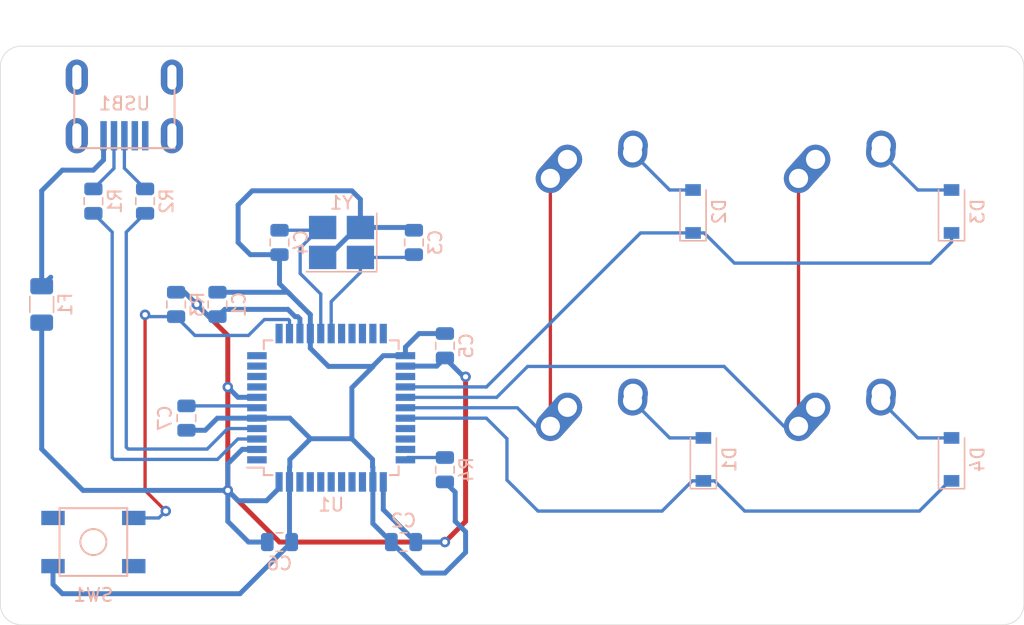
<source format=kicad_pcb>
(kicad_pcb (version 20171130) (host pcbnew "(5.1.4)-1")

  (general
    (thickness 1.6)
    (drawings 8)
    (tracks 201)
    (zones 0)
    (modules 24)
    (nets 46)
  )

  (page A4)
  (layers
    (0 F.Cu signal)
    (31 B.Cu signal)
    (32 B.Adhes user)
    (33 F.Adhes user)
    (34 B.Paste user)
    (35 F.Paste user)
    (36 B.SilkS user)
    (37 F.SilkS user)
    (38 B.Mask user)
    (39 F.Mask user)
    (40 Dwgs.User user)
    (41 Cmts.User user)
    (42 Eco1.User user)
    (43 Eco2.User user)
    (44 Edge.Cuts user)
    (45 Margin user)
    (46 B.CrtYd user)
    (47 F.CrtYd user)
    (48 B.Fab user)
    (49 F.Fab user)
  )

  (setup
    (last_trace_width 0.254)
    (trace_clearance 0.2)
    (zone_clearance 0.508)
    (zone_45_only no)
    (trace_min 0.2)
    (via_size 0.8)
    (via_drill 0.4)
    (via_min_size 0.4)
    (via_min_drill 0.3)
    (uvia_size 0.3)
    (uvia_drill 0.1)
    (uvias_allowed no)
    (uvia_min_size 0.2)
    (uvia_min_drill 0.1)
    (edge_width 0.05)
    (segment_width 0.2)
    (pcb_text_width 0.3)
    (pcb_text_size 1.5 1.5)
    (mod_edge_width 0.12)
    (mod_text_size 1 1)
    (mod_text_width 0.15)
    (pad_size 1.524 1.524)
    (pad_drill 0.762)
    (pad_to_mask_clearance 0.051)
    (solder_mask_min_width 0.25)
    (aux_axis_origin 0 0)
    (visible_elements 7FFFFFFF)
    (pcbplotparams
      (layerselection 0x010fc_ffffffff)
      (usegerberextensions false)
      (usegerberattributes false)
      (usegerberadvancedattributes false)
      (creategerberjobfile false)
      (excludeedgelayer true)
      (linewidth 0.100000)
      (plotframeref false)
      (viasonmask false)
      (mode 1)
      (useauxorigin false)
      (hpglpennumber 1)
      (hpglpenspeed 20)
      (hpglpendiameter 15.000000)
      (psnegative false)
      (psa4output false)
      (plotreference true)
      (plotvalue true)
      (plotinvisibletext false)
      (padsonsilk false)
      (subtractmaskfromsilk false)
      (outputformat 1)
      (mirror false)
      (drillshape 1)
      (scaleselection 1)
      (outputdirectory ""))
  )

  (net 0 "")
  (net 1 GND)
  (net 2 +5V)
  (net 3 "Net-(C3-Pad1)")
  (net 4 "Net-(C4-Pad2)")
  (net 5 "Net-(C7-Pad1)")
  (net 6 "Net-(D1-Pad2)")
  (net 7 ROW1)
  (net 8 "Net-(D2-Pad2)")
  (net 9 ROW0)
  (net 10 "Net-(D3-Pad2)")
  (net 11 "Net-(D4-Pad2)")
  (net 12 VCC)
  (net 13 COL0)
  (net 14 COL1)
  (net 15 D-)
  (net 16 "Net-(R1-Pad1)")
  (net 17 D+)
  (net 18 "Net-(R2-Pad1)")
  (net 19 "Net-(R3-Pad1)")
  (net 20 "Net-(R4-Pad2)")
  (net 21 "Net-(U1-Pad42)")
  (net 22 "Net-(U1-Pad41)")
  (net 23 "Net-(U1-Pad40)")
  (net 24 "Net-(U1-Pad39)")
  (net 25 "Net-(U1-Pad38)")
  (net 26 "Net-(U1-Pad37)")
  (net 27 "Net-(U1-Pad36)")
  (net 28 "Net-(U1-Pad32)")
  (net 29 "Net-(U1-Pad31)")
  (net 30 "Net-(U1-Pad30)")
  (net 31 "Net-(U1-Pad25)")
  (net 32 "Net-(U1-Pad22)")
  (net 33 "Net-(U1-Pad21)")
  (net 34 "Net-(U1-Pad20)")
  (net 35 "Net-(U1-Pad19)")
  (net 36 "Net-(U1-Pad18)")
  (net 37 "Net-(U1-Pad12)")
  (net 38 "Net-(U1-Pad11)")
  (net 39 "Net-(U1-Pad10)")
  (net 40 "Net-(U1-Pad9)")
  (net 41 "Net-(U1-Pad8)")
  (net 42 "Net-(U1-Pad1)")
  (net 43 "Net-(USB1-Pad6)")
  (net 44 "Net-(USB1-Pad2)")
  (net 45 "Net-(USB1-Pad1)")

  (net_class Default "This is the default net class."
    (clearance 0.2)
    (trace_width 0.254)
    (via_dia 0.8)
    (via_drill 0.4)
    (uvia_dia 0.3)
    (uvia_drill 0.1)
    (add_net COL0)
    (add_net COL1)
    (add_net D+)
    (add_net D-)
    (add_net "Net-(C3-Pad1)")
    (add_net "Net-(C4-Pad2)")
    (add_net "Net-(C7-Pad1)")
    (add_net "Net-(D1-Pad2)")
    (add_net "Net-(D2-Pad2)")
    (add_net "Net-(D3-Pad2)")
    (add_net "Net-(D4-Pad2)")
    (add_net "Net-(R1-Pad1)")
    (add_net "Net-(R2-Pad1)")
    (add_net "Net-(R3-Pad1)")
    (add_net "Net-(R4-Pad2)")
    (add_net "Net-(U1-Pad1)")
    (add_net "Net-(U1-Pad10)")
    (add_net "Net-(U1-Pad11)")
    (add_net "Net-(U1-Pad12)")
    (add_net "Net-(U1-Pad18)")
    (add_net "Net-(U1-Pad19)")
    (add_net "Net-(U1-Pad20)")
    (add_net "Net-(U1-Pad21)")
    (add_net "Net-(U1-Pad22)")
    (add_net "Net-(U1-Pad25)")
    (add_net "Net-(U1-Pad30)")
    (add_net "Net-(U1-Pad31)")
    (add_net "Net-(U1-Pad32)")
    (add_net "Net-(U1-Pad36)")
    (add_net "Net-(U1-Pad37)")
    (add_net "Net-(U1-Pad38)")
    (add_net "Net-(U1-Pad39)")
    (add_net "Net-(U1-Pad40)")
    (add_net "Net-(U1-Pad41)")
    (add_net "Net-(U1-Pad42)")
    (add_net "Net-(U1-Pad8)")
    (add_net "Net-(U1-Pad9)")
    (add_net "Net-(USB1-Pad1)")
    (add_net "Net-(USB1-Pad2)")
    (add_net "Net-(USB1-Pad6)")
    (add_net ROW0)
    (add_net ROW1)
  )

  (net_class Power ""
    (clearance 0.2)
    (trace_width 0.381)
    (via_dia 0.8)
    (via_drill 0.4)
    (uvia_dia 0.3)
    (uvia_drill 0.1)
    (add_net +5V)
    (add_net GND)
    (add_net VCC)
  )

  (module Crystal:Crystal_SMD_3225-4Pin_3.2x2.5mm_HandSoldering (layer B.Cu) (tedit 5A0FD1B2) (tstamp 6244B487)
    (at 67.46875 86.51875 180)
    (descr "SMD Crystal SERIES SMD3225/4 http://www.txccrystal.com/images/pdf/7m-accuracy.pdf, hand-soldering, 3.2x2.5mm^2 package")
    (tags "SMD SMT crystal hand-soldering")
    (path /6245F012)
    (attr smd)
    (fp_text reference Y1 (at 0 3.05) (layer B.SilkS)
      (effects (font (size 1 1) (thickness 0.15)) (justify mirror))
    )
    (fp_text value Crystal_GND24_Small (at 0 -3.05) (layer B.Fab)
      (effects (font (size 1 1) (thickness 0.15)) (justify mirror))
    )
    (fp_line (start 2.8 2.3) (end -2.8 2.3) (layer B.CrtYd) (width 0.05))
    (fp_line (start 2.8 -2.3) (end 2.8 2.3) (layer B.CrtYd) (width 0.05))
    (fp_line (start -2.8 -2.3) (end 2.8 -2.3) (layer B.CrtYd) (width 0.05))
    (fp_line (start -2.8 2.3) (end -2.8 -2.3) (layer B.CrtYd) (width 0.05))
    (fp_line (start -2.7 -2.25) (end 2.7 -2.25) (layer B.SilkS) (width 0.12))
    (fp_line (start -2.7 2.25) (end -2.7 -2.25) (layer B.SilkS) (width 0.12))
    (fp_line (start -1.6 -0.25) (end -0.6 -1.25) (layer B.Fab) (width 0.1))
    (fp_line (start 1.6 1.25) (end -1.6 1.25) (layer B.Fab) (width 0.1))
    (fp_line (start 1.6 -1.25) (end 1.6 1.25) (layer B.Fab) (width 0.1))
    (fp_line (start -1.6 -1.25) (end 1.6 -1.25) (layer B.Fab) (width 0.1))
    (fp_line (start -1.6 1.25) (end -1.6 -1.25) (layer B.Fab) (width 0.1))
    (fp_text user %R (at 0 0) (layer B.Fab)
      (effects (font (size 0.7 0.7) (thickness 0.105)) (justify mirror))
    )
    (pad 4 smd rect (at -1.45 1.15 180) (size 2.1 1.8) (layers B.Cu B.Paste B.Mask)
      (net 1 GND))
    (pad 3 smd rect (at 1.45 1.15 180) (size 2.1 1.8) (layers B.Cu B.Paste B.Mask)
      (net 4 "Net-(C4-Pad2)"))
    (pad 2 smd rect (at 1.45 -1.15 180) (size 2.1 1.8) (layers B.Cu B.Paste B.Mask)
      (net 1 GND))
    (pad 1 smd rect (at -1.45 -1.15 180) (size 2.1 1.8) (layers B.Cu B.Paste B.Mask)
      (net 3 "Net-(C3-Pad1)"))
    (model ${KISYS3DMOD}/Crystal.3dshapes/Crystal_SMD_3225-4Pin_3.2x2.5mm_HandSoldering.wrl
      (at (xyz 0 0 0))
      (scale (xyz 1 1 1))
      (rotate (xyz 0 0 0))
    )
  )

  (module random-keyboard-parts:Molex-0548190589 (layer B.Cu) (tedit 5C494815) (tstamp 6244E539)
    (at 50.8 73.81875 270)
    (path /6249460D)
    (attr smd)
    (fp_text reference USB1 (at 2.032 0) (layer B.SilkS)
      (effects (font (size 1 1) (thickness 0.15)) (justify mirror))
    )
    (fp_text value Molex-0548190589 (at -5.08 0) (layer Dwgs.User)
      (effects (font (size 1 1) (thickness 0.15)))
    )
    (fp_text user %R (at 2 0) (layer B.CrtYd)
      (effects (font (size 1 1) (thickness 0.15)) (justify mirror))
    )
    (fp_line (start 3.25 1.25) (end 5.5 1.25) (layer B.CrtYd) (width 0.15))
    (fp_line (start 5.5 0.5) (end 3.25 0.5) (layer B.CrtYd) (width 0.15))
    (fp_line (start 3.25 -0.5) (end 5.5 -0.5) (layer B.CrtYd) (width 0.15))
    (fp_line (start 5.5 -1.25) (end 3.25 -1.25) (layer B.CrtYd) (width 0.15))
    (fp_line (start 3.25 -2) (end 5.5 -2) (layer B.CrtYd) (width 0.15))
    (fp_line (start 3.25 2) (end 3.25 -2) (layer B.CrtYd) (width 0.15))
    (fp_line (start 5.5 2) (end 3.25 2) (layer B.CrtYd) (width 0.15))
    (fp_line (start -3.75 -3.75) (end -3.75 3.75) (layer B.CrtYd) (width 0.15))
    (fp_line (start 5.5 -3.75) (end -3.75 -3.75) (layer B.CrtYd) (width 0.15))
    (fp_line (start 5.5 3.75) (end 5.5 -3.75) (layer B.CrtYd) (width 0.15))
    (fp_line (start -3.75 3.75) (end 5.5 3.75) (layer B.CrtYd) (width 0.15))
    (fp_line (start 0 3.85) (end 5.45 3.85) (layer B.SilkS) (width 0.15))
    (fp_line (start 0 -3.85) (end 5.45 -3.85) (layer B.SilkS) (width 0.15))
    (fp_line (start 5.45 3.85) (end 5.45 -3.85) (layer B.SilkS) (width 0.15))
    (fp_line (start -3.75 3.85) (end 0 3.85) (layer Dwgs.User) (width 0.15))
    (fp_line (start -3.75 -3.85) (end 0 -3.85) (layer Dwgs.User) (width 0.15))
    (fp_line (start -1.75 4.572) (end -1.75 -4.572) (layer Dwgs.User) (width 0.15))
    (fp_line (start -3.75 3.85) (end -3.75 -3.85) (layer Dwgs.User) (width 0.15))
    (pad 6 thru_hole oval (at 0 3.65 270) (size 2.7 1.7) (drill oval 1.9 0.7) (layers *.Cu *.Mask)
      (net 43 "Net-(USB1-Pad6)"))
    (pad 6 thru_hole oval (at 0 -3.65 270) (size 2.7 1.7) (drill oval 1.9 0.7) (layers *.Cu *.Mask)
      (net 43 "Net-(USB1-Pad6)"))
    (pad 6 thru_hole oval (at 4.5 -3.65 270) (size 2.7 1.7) (drill oval 1.9 0.7) (layers *.Cu *.Mask)
      (net 43 "Net-(USB1-Pad6)"))
    (pad 6 thru_hole oval (at 4.5 3.65 270) (size 2.7 1.7) (drill oval 1.9 0.7) (layers *.Cu *.Mask)
      (net 43 "Net-(USB1-Pad6)"))
    (pad 5 smd rect (at 4.5 1.6 270) (size 2.25 0.5) (layers B.Cu B.Paste B.Mask)
      (net 12 VCC))
    (pad 4 smd rect (at 4.5 0.8 270) (size 2.25 0.5) (layers B.Cu B.Paste B.Mask)
      (net 15 D-))
    (pad 3 smd rect (at 4.5 0 270) (size 2.25 0.5) (layers B.Cu B.Paste B.Mask)
      (net 17 D+))
    (pad 2 smd rect (at 4.5 -0.8 270) (size 2.25 0.5) (layers B.Cu B.Paste B.Mask)
      (net 44 "Net-(USB1-Pad2)"))
    (pad 1 smd rect (at 4.5 -1.6 270) (size 2.25 0.5) (layers B.Cu B.Paste B.Mask)
      (net 45 "Net-(USB1-Pad1)"))
  )

  (module Package_QFP:TQFP-44_10x10mm_P0.8mm (layer B.Cu) (tedit 5A02F146) (tstamp 6244B343)
    (at 66.675 99.21875)
    (descr "44-Lead Plastic Thin Quad Flatpack (PT) - 10x10x1.0 mm Body [TQFP] (see Microchip Packaging Specification 00000049BS.pdf)")
    (tags "QFP 0.8")
    (path /62448B6F)
    (attr smd)
    (fp_text reference U1 (at 0 7.45) (layer B.SilkS)
      (effects (font (size 1 1) (thickness 0.15)) (justify mirror))
    )
    (fp_text value ATmega32U4-AU (at 0 -7.45) (layer B.Fab)
      (effects (font (size 1 1) (thickness 0.15)) (justify mirror))
    )
    (fp_line (start -5.175 4.6) (end -6.45 4.6) (layer B.SilkS) (width 0.15))
    (fp_line (start 5.175 5.175) (end 4.5 5.175) (layer B.SilkS) (width 0.15))
    (fp_line (start 5.175 -5.175) (end 4.5 -5.175) (layer B.SilkS) (width 0.15))
    (fp_line (start -5.175 -5.175) (end -4.5 -5.175) (layer B.SilkS) (width 0.15))
    (fp_line (start -5.175 5.175) (end -4.5 5.175) (layer B.SilkS) (width 0.15))
    (fp_line (start -5.175 -5.175) (end -5.175 -4.5) (layer B.SilkS) (width 0.15))
    (fp_line (start 5.175 -5.175) (end 5.175 -4.5) (layer B.SilkS) (width 0.15))
    (fp_line (start 5.175 5.175) (end 5.175 4.5) (layer B.SilkS) (width 0.15))
    (fp_line (start -5.175 5.175) (end -5.175 4.6) (layer B.SilkS) (width 0.15))
    (fp_line (start -6.7 -6.7) (end 6.7 -6.7) (layer B.CrtYd) (width 0.05))
    (fp_line (start -6.7 6.7) (end 6.7 6.7) (layer B.CrtYd) (width 0.05))
    (fp_line (start 6.7 6.7) (end 6.7 -6.7) (layer B.CrtYd) (width 0.05))
    (fp_line (start -6.7 6.7) (end -6.7 -6.7) (layer B.CrtYd) (width 0.05))
    (fp_line (start -5 4) (end -4 5) (layer B.Fab) (width 0.15))
    (fp_line (start -5 -5) (end -5 4) (layer B.Fab) (width 0.15))
    (fp_line (start 5 -5) (end -5 -5) (layer B.Fab) (width 0.15))
    (fp_line (start 5 5) (end 5 -5) (layer B.Fab) (width 0.15))
    (fp_line (start -4 5) (end 5 5) (layer B.Fab) (width 0.15))
    (fp_text user %R (at 0 0) (layer B.Fab)
      (effects (font (size 1 1) (thickness 0.15)) (justify mirror))
    )
    (pad 44 smd rect (at -4 5.7 270) (size 1.5 0.55) (layers B.Cu B.Paste B.Mask)
      (net 2 +5V))
    (pad 43 smd rect (at -3.2 5.7 270) (size 1.5 0.55) (layers B.Cu B.Paste B.Mask)
      (net 1 GND))
    (pad 42 smd rect (at -2.4 5.7 270) (size 1.5 0.55) (layers B.Cu B.Paste B.Mask)
      (net 21 "Net-(U1-Pad42)"))
    (pad 41 smd rect (at -1.6 5.7 270) (size 1.5 0.55) (layers B.Cu B.Paste B.Mask)
      (net 22 "Net-(U1-Pad41)"))
    (pad 40 smd rect (at -0.8 5.7 270) (size 1.5 0.55) (layers B.Cu B.Paste B.Mask)
      (net 23 "Net-(U1-Pad40)"))
    (pad 39 smd rect (at 0 5.7 270) (size 1.5 0.55) (layers B.Cu B.Paste B.Mask)
      (net 24 "Net-(U1-Pad39)"))
    (pad 38 smd rect (at 0.8 5.7 270) (size 1.5 0.55) (layers B.Cu B.Paste B.Mask)
      (net 25 "Net-(U1-Pad38)"))
    (pad 37 smd rect (at 1.6 5.7 270) (size 1.5 0.55) (layers B.Cu B.Paste B.Mask)
      (net 26 "Net-(U1-Pad37)"))
    (pad 36 smd rect (at 2.4 5.7 270) (size 1.5 0.55) (layers B.Cu B.Paste B.Mask)
      (net 27 "Net-(U1-Pad36)"))
    (pad 35 smd rect (at 3.2 5.7 270) (size 1.5 0.55) (layers B.Cu B.Paste B.Mask)
      (net 1 GND))
    (pad 34 smd rect (at 4 5.7 270) (size 1.5 0.55) (layers B.Cu B.Paste B.Mask)
      (net 2 +5V))
    (pad 33 smd rect (at 5.7 4) (size 1.5 0.55) (layers B.Cu B.Paste B.Mask)
      (net 20 "Net-(R4-Pad2)"))
    (pad 32 smd rect (at 5.7 3.2) (size 1.5 0.55) (layers B.Cu B.Paste B.Mask)
      (net 28 "Net-(U1-Pad32)"))
    (pad 31 smd rect (at 5.7 2.4) (size 1.5 0.55) (layers B.Cu B.Paste B.Mask)
      (net 29 "Net-(U1-Pad31)"))
    (pad 30 smd rect (at 5.7 1.6) (size 1.5 0.55) (layers B.Cu B.Paste B.Mask)
      (net 30 "Net-(U1-Pad30)"))
    (pad 29 smd rect (at 5.7 0.8) (size 1.5 0.55) (layers B.Cu B.Paste B.Mask)
      (net 7 ROW1))
    (pad 28 smd rect (at 5.7 0) (size 1.5 0.55) (layers B.Cu B.Paste B.Mask)
      (net 13 COL0))
    (pad 27 smd rect (at 5.7 -0.8) (size 1.5 0.55) (layers B.Cu B.Paste B.Mask)
      (net 14 COL1))
    (pad 26 smd rect (at 5.7 -1.6) (size 1.5 0.55) (layers B.Cu B.Paste B.Mask)
      (net 9 ROW0))
    (pad 25 smd rect (at 5.7 -2.4) (size 1.5 0.55) (layers B.Cu B.Paste B.Mask)
      (net 31 "Net-(U1-Pad25)"))
    (pad 24 smd rect (at 5.7 -3.2) (size 1.5 0.55) (layers B.Cu B.Paste B.Mask)
      (net 2 +5V))
    (pad 23 smd rect (at 5.7 -4) (size 1.5 0.55) (layers B.Cu B.Paste B.Mask)
      (net 1 GND))
    (pad 22 smd rect (at 4 -5.7 270) (size 1.5 0.55) (layers B.Cu B.Paste B.Mask)
      (net 32 "Net-(U1-Pad22)"))
    (pad 21 smd rect (at 3.2 -5.7 270) (size 1.5 0.55) (layers B.Cu B.Paste B.Mask)
      (net 33 "Net-(U1-Pad21)"))
    (pad 20 smd rect (at 2.4 -5.7 270) (size 1.5 0.55) (layers B.Cu B.Paste B.Mask)
      (net 34 "Net-(U1-Pad20)"))
    (pad 19 smd rect (at 1.6 -5.7 270) (size 1.5 0.55) (layers B.Cu B.Paste B.Mask)
      (net 35 "Net-(U1-Pad19)"))
    (pad 18 smd rect (at 0.8 -5.7 270) (size 1.5 0.55) (layers B.Cu B.Paste B.Mask)
      (net 36 "Net-(U1-Pad18)"))
    (pad 17 smd rect (at 0 -5.7 270) (size 1.5 0.55) (layers B.Cu B.Paste B.Mask)
      (net 3 "Net-(C3-Pad1)"))
    (pad 16 smd rect (at -0.8 -5.7 270) (size 1.5 0.55) (layers B.Cu B.Paste B.Mask)
      (net 4 "Net-(C4-Pad2)"))
    (pad 15 smd rect (at -1.6 -5.7 270) (size 1.5 0.55) (layers B.Cu B.Paste B.Mask)
      (net 1 GND))
    (pad 14 smd rect (at -2.4 -5.7 270) (size 1.5 0.55) (layers B.Cu B.Paste B.Mask)
      (net 2 +5V))
    (pad 13 smd rect (at -3.2 -5.7 270) (size 1.5 0.55) (layers B.Cu B.Paste B.Mask)
      (net 19 "Net-(R3-Pad1)"))
    (pad 12 smd rect (at -4 -5.7 270) (size 1.5 0.55) (layers B.Cu B.Paste B.Mask)
      (net 37 "Net-(U1-Pad12)"))
    (pad 11 smd rect (at -5.7 -4) (size 1.5 0.55) (layers B.Cu B.Paste B.Mask)
      (net 38 "Net-(U1-Pad11)"))
    (pad 10 smd rect (at -5.7 -3.2) (size 1.5 0.55) (layers B.Cu B.Paste B.Mask)
      (net 39 "Net-(U1-Pad10)"))
    (pad 9 smd rect (at -5.7 -2.4) (size 1.5 0.55) (layers B.Cu B.Paste B.Mask)
      (net 40 "Net-(U1-Pad9)"))
    (pad 8 smd rect (at -5.7 -1.6) (size 1.5 0.55) (layers B.Cu B.Paste B.Mask)
      (net 41 "Net-(U1-Pad8)"))
    (pad 7 smd rect (at -5.7 -0.8) (size 1.5 0.55) (layers B.Cu B.Paste B.Mask)
      (net 2 +5V))
    (pad 6 smd rect (at -5.7 0) (size 1.5 0.55) (layers B.Cu B.Paste B.Mask)
      (net 5 "Net-(C7-Pad1)"))
    (pad 5 smd rect (at -5.7 0.8) (size 1.5 0.55) (layers B.Cu B.Paste B.Mask)
      (net 1 GND))
    (pad 4 smd rect (at -5.7 1.6) (size 1.5 0.55) (layers B.Cu B.Paste B.Mask)
      (net 18 "Net-(R2-Pad1)"))
    (pad 3 smd rect (at -5.7 2.4) (size 1.5 0.55) (layers B.Cu B.Paste B.Mask)
      (net 16 "Net-(R1-Pad1)"))
    (pad 2 smd rect (at -5.7 3.2) (size 1.5 0.55) (layers B.Cu B.Paste B.Mask)
      (net 2 +5V))
    (pad 1 smd rect (at -5.7 4) (size 1.5 0.55) (layers B.Cu B.Paste B.Mask)
      (net 42 "Net-(U1-Pad1)"))
    (model ${KISYS3DMOD}/Package_QFP.3dshapes/TQFP-44_10x10mm_P0.8mm.wrl
      (at (xyz 0 0 0))
      (scale (xyz 1 1 1))
      (rotate (xyz 0 0 0))
    )
  )

  (module random-keyboard-parts:SKQG-1155865 (layer B.Cu) (tedit 5E62B398) (tstamp 6244E4D6)
    (at 48.41875 109.5375 180)
    (path /62467177)
    (attr smd)
    (fp_text reference SW1 (at 0 -4.064) (layer B.SilkS)
      (effects (font (size 1 1) (thickness 0.15)) (justify mirror))
    )
    (fp_text value SW_Push (at 0 4.064) (layer B.Fab)
      (effects (font (size 1 1) (thickness 0.15)) (justify mirror))
    )
    (fp_line (start -2.6 2.6) (end 2.6 2.6) (layer B.SilkS) (width 0.15))
    (fp_line (start 2.6 2.6) (end 2.6 -2.6) (layer B.SilkS) (width 0.15))
    (fp_line (start 2.6 -2.6) (end -2.6 -2.6) (layer B.SilkS) (width 0.15))
    (fp_line (start -2.6 -2.6) (end -2.6 2.6) (layer B.SilkS) (width 0.15))
    (fp_circle (center 0 0) (end 1 0) (layer B.SilkS) (width 0.15))
    (fp_line (start -4.2 2.6) (end 4.2 2.6) (layer B.Fab) (width 0.15))
    (fp_line (start 4.2 2.6) (end 4.2 1.2) (layer B.Fab) (width 0.15))
    (fp_line (start 4.2 1.1) (end 2.6 1.1) (layer B.Fab) (width 0.15))
    (fp_line (start 2.6 1.1) (end 2.6 -1.1) (layer B.Fab) (width 0.15))
    (fp_line (start 2.6 -1.1) (end 4.2 -1.1) (layer B.Fab) (width 0.15))
    (fp_line (start 4.2 -1.1) (end 4.2 -2.6) (layer B.Fab) (width 0.15))
    (fp_line (start 4.2 -2.6) (end -4.2 -2.6) (layer B.Fab) (width 0.15))
    (fp_line (start -4.2 -2.6) (end -4.2 -1.1) (layer B.Fab) (width 0.15))
    (fp_line (start -4.2 -1.1) (end -2.6 -1.1) (layer B.Fab) (width 0.15))
    (fp_line (start -2.6 -1.1) (end -2.6 1.1) (layer B.Fab) (width 0.15))
    (fp_line (start -2.6 1.1) (end -4.2 1.1) (layer B.Fab) (width 0.15))
    (fp_line (start -4.2 1.1) (end -4.2 2.6) (layer B.Fab) (width 0.15))
    (fp_circle (center 0 0) (end 1 0) (layer B.Fab) (width 0.15))
    (fp_line (start -2.6 1.1) (end -1.1 2.6) (layer B.Fab) (width 0.15))
    (fp_line (start 2.6 1.1) (end 1.1 2.6) (layer B.Fab) (width 0.15))
    (fp_line (start 2.6 -1.1) (end 1.1 -2.6) (layer B.Fab) (width 0.15))
    (fp_line (start -2.6 -1.1) (end -1.1 -2.6) (layer B.Fab) (width 0.15))
    (pad 4 smd rect (at -3.1 -1.85 180) (size 1.8 1.1) (layers B.Cu B.Paste B.Mask))
    (pad 3 smd rect (at 3.1 1.85 180) (size 1.8 1.1) (layers B.Cu B.Paste B.Mask))
    (pad 2 smd rect (at -3.1 1.85 180) (size 1.8 1.1) (layers B.Cu B.Paste B.Mask)
      (net 19 "Net-(R3-Pad1)"))
    (pad 1 smd rect (at 3.1 -1.85 180) (size 1.8 1.1) (layers B.Cu B.Paste B.Mask)
      (net 1 GND))
    (model ${KISYS3DMOD}/Button_Switch_SMD.3dshapes/SW_SPST_TL3342.step
      (at (xyz 0 0 0))
      (scale (xyz 1 1 1))
      (rotate (xyz 0 0 0))
    )
  )

  (module Resistor_SMD:R_0805_2012Metric (layer B.Cu) (tedit 5B36C52B) (tstamp 6244BC66)
    (at 75.40625 103.98125 90)
    (descr "Resistor SMD 0805 (2012 Metric), square (rectangular) end terminal, IPC_7351 nominal, (Body size source: https://docs.google.com/spreadsheets/d/1BsfQQcO9C6DZCsRaXUlFlo91Tg2WpOkGARC1WS5S8t0/edit?usp=sharing), generated with kicad-footprint-generator")
    (tags resistor)
    (path /6244CEB7)
    (attr smd)
    (fp_text reference R4 (at 0 1.65 270) (layer B.SilkS)
      (effects (font (size 1 1) (thickness 0.15)) (justify mirror))
    )
    (fp_text value 10k (at 0 -1.65 270) (layer B.Fab)
      (effects (font (size 1 1) (thickness 0.15)) (justify mirror))
    )
    (fp_text user %R (at 0 0 270) (layer B.Fab)
      (effects (font (size 0.5 0.5) (thickness 0.08)) (justify mirror))
    )
    (fp_line (start 1.68 -0.95) (end -1.68 -0.95) (layer B.CrtYd) (width 0.05))
    (fp_line (start 1.68 0.95) (end 1.68 -0.95) (layer B.CrtYd) (width 0.05))
    (fp_line (start -1.68 0.95) (end 1.68 0.95) (layer B.CrtYd) (width 0.05))
    (fp_line (start -1.68 -0.95) (end -1.68 0.95) (layer B.CrtYd) (width 0.05))
    (fp_line (start -0.258578 -0.71) (end 0.258578 -0.71) (layer B.SilkS) (width 0.12))
    (fp_line (start -0.258578 0.71) (end 0.258578 0.71) (layer B.SilkS) (width 0.12))
    (fp_line (start 1 -0.6) (end -1 -0.6) (layer B.Fab) (width 0.1))
    (fp_line (start 1 0.6) (end 1 -0.6) (layer B.Fab) (width 0.1))
    (fp_line (start -1 0.6) (end 1 0.6) (layer B.Fab) (width 0.1))
    (fp_line (start -1 -0.6) (end -1 0.6) (layer B.Fab) (width 0.1))
    (pad 2 smd roundrect (at 0.9375 0 90) (size 0.975 1.4) (layers B.Cu B.Paste B.Mask) (roundrect_rratio 0.25)
      (net 20 "Net-(R4-Pad2)"))
    (pad 1 smd roundrect (at -0.9375 0 90) (size 0.975 1.4) (layers B.Cu B.Paste B.Mask) (roundrect_rratio 0.25)
      (net 1 GND))
    (model ${KISYS3DMOD}/Resistor_SMD.3dshapes/R_0805_2012Metric.wrl
      (at (xyz 0 0 0))
      (scale (xyz 1 1 1))
      (rotate (xyz 0 0 0))
    )
  )

  (module Resistor_SMD:R_0805_2012Metric (layer B.Cu) (tedit 5B36C52B) (tstamp 6244CE4F)
    (at 54.76875 91.28125 90)
    (descr "Resistor SMD 0805 (2012 Metric), square (rectangular) end terminal, IPC_7351 nominal, (Body size source: https://docs.google.com/spreadsheets/d/1BsfQQcO9C6DZCsRaXUlFlo91Tg2WpOkGARC1WS5S8t0/edit?usp=sharing), generated with kicad-footprint-generator")
    (tags resistor)
    (path /6246E96F)
    (attr smd)
    (fp_text reference R3 (at 0 1.65 270) (layer B.SilkS)
      (effects (font (size 1 1) (thickness 0.15)) (justify mirror))
    )
    (fp_text value 10k (at 0 -1.65 270) (layer B.Fab)
      (effects (font (size 1 1) (thickness 0.15)) (justify mirror))
    )
    (fp_text user %R (at 0 0 270) (layer B.Fab)
      (effects (font (size 0.5 0.5) (thickness 0.08)) (justify mirror))
    )
    (fp_line (start 1.68 -0.95) (end -1.68 -0.95) (layer B.CrtYd) (width 0.05))
    (fp_line (start 1.68 0.95) (end 1.68 -0.95) (layer B.CrtYd) (width 0.05))
    (fp_line (start -1.68 0.95) (end 1.68 0.95) (layer B.CrtYd) (width 0.05))
    (fp_line (start -1.68 -0.95) (end -1.68 0.95) (layer B.CrtYd) (width 0.05))
    (fp_line (start -0.258578 -0.71) (end 0.258578 -0.71) (layer B.SilkS) (width 0.12))
    (fp_line (start -0.258578 0.71) (end 0.258578 0.71) (layer B.SilkS) (width 0.12))
    (fp_line (start 1 -0.6) (end -1 -0.6) (layer B.Fab) (width 0.1))
    (fp_line (start 1 0.6) (end 1 -0.6) (layer B.Fab) (width 0.1))
    (fp_line (start -1 0.6) (end 1 0.6) (layer B.Fab) (width 0.1))
    (fp_line (start -1 -0.6) (end -1 0.6) (layer B.Fab) (width 0.1))
    (pad 2 smd roundrect (at 0.9375 0 90) (size 0.975 1.4) (layers B.Cu B.Paste B.Mask) (roundrect_rratio 0.25)
      (net 2 +5V))
    (pad 1 smd roundrect (at -0.9375 0 90) (size 0.975 1.4) (layers B.Cu B.Paste B.Mask) (roundrect_rratio 0.25)
      (net 19 "Net-(R3-Pad1)"))
    (model ${KISYS3DMOD}/Resistor_SMD.3dshapes/R_0805_2012Metric.wrl
      (at (xyz 0 0 0))
      (scale (xyz 1 1 1))
      (rotate (xyz 0 0 0))
    )
  )

  (module Resistor_SMD:R_0805_2012Metric (layer B.Cu) (tedit 5B36C52B) (tstamp 6244E3B3)
    (at 52.3875 83.34375 90)
    (descr "Resistor SMD 0805 (2012 Metric), square (rectangular) end terminal, IPC_7351 nominal, (Body size source: https://docs.google.com/spreadsheets/d/1BsfQQcO9C6DZCsRaXUlFlo91Tg2WpOkGARC1WS5S8t0/edit?usp=sharing), generated with kicad-footprint-generator")
    (tags resistor)
    (path /6244F92A)
    (attr smd)
    (fp_text reference R2 (at 0 1.65 90) (layer B.SilkS)
      (effects (font (size 1 1) (thickness 0.15)) (justify mirror))
    )
    (fp_text value 22 (at 0 -1.65 90) (layer B.Fab)
      (effects (font (size 1 1) (thickness 0.15)) (justify mirror))
    )
    (fp_text user %R (at 0 0 90) (layer B.Fab)
      (effects (font (size 0.5 0.5) (thickness 0.08)) (justify mirror))
    )
    (fp_line (start 1.68 -0.95) (end -1.68 -0.95) (layer B.CrtYd) (width 0.05))
    (fp_line (start 1.68 0.95) (end 1.68 -0.95) (layer B.CrtYd) (width 0.05))
    (fp_line (start -1.68 0.95) (end 1.68 0.95) (layer B.CrtYd) (width 0.05))
    (fp_line (start -1.68 -0.95) (end -1.68 0.95) (layer B.CrtYd) (width 0.05))
    (fp_line (start -0.258578 -0.71) (end 0.258578 -0.71) (layer B.SilkS) (width 0.12))
    (fp_line (start -0.258578 0.71) (end 0.258578 0.71) (layer B.SilkS) (width 0.12))
    (fp_line (start 1 -0.6) (end -1 -0.6) (layer B.Fab) (width 0.1))
    (fp_line (start 1 0.6) (end 1 -0.6) (layer B.Fab) (width 0.1))
    (fp_line (start -1 0.6) (end 1 0.6) (layer B.Fab) (width 0.1))
    (fp_line (start -1 -0.6) (end -1 0.6) (layer B.Fab) (width 0.1))
    (pad 2 smd roundrect (at 0.9375 0 90) (size 0.975 1.4) (layers B.Cu B.Paste B.Mask) (roundrect_rratio 0.25)
      (net 17 D+))
    (pad 1 smd roundrect (at -0.9375 0 90) (size 0.975 1.4) (layers B.Cu B.Paste B.Mask) (roundrect_rratio 0.25)
      (net 18 "Net-(R2-Pad1)"))
    (model ${KISYS3DMOD}/Resistor_SMD.3dshapes/R_0805_2012Metric.wrl
      (at (xyz 0 0 0))
      (scale (xyz 1 1 1))
      (rotate (xyz 0 0 0))
    )
  )

  (module Resistor_SMD:R_0805_2012Metric (layer B.Cu) (tedit 5B36C52B) (tstamp 6244DFFC)
    (at 48.41875 83.34375 90)
    (descr "Resistor SMD 0805 (2012 Metric), square (rectangular) end terminal, IPC_7351 nominal, (Body size source: https://docs.google.com/spreadsheets/d/1BsfQQcO9C6DZCsRaXUlFlo91Tg2WpOkGARC1WS5S8t0/edit?usp=sharing), generated with kicad-footprint-generator")
    (tags resistor)
    (path /6244EDB1)
    (attr smd)
    (fp_text reference R1 (at 0 1.65 90) (layer B.SilkS)
      (effects (font (size 1 1) (thickness 0.15)) (justify mirror))
    )
    (fp_text value 22 (at 0 -1.65 90) (layer B.Fab)
      (effects (font (size 1 1) (thickness 0.15)) (justify mirror))
    )
    (fp_text user %R (at 0 0 90) (layer B.Fab)
      (effects (font (size 0.5 0.5) (thickness 0.08)) (justify mirror))
    )
    (fp_line (start 1.68 -0.95) (end -1.68 -0.95) (layer B.CrtYd) (width 0.05))
    (fp_line (start 1.68 0.95) (end 1.68 -0.95) (layer B.CrtYd) (width 0.05))
    (fp_line (start -1.68 0.95) (end 1.68 0.95) (layer B.CrtYd) (width 0.05))
    (fp_line (start -1.68 -0.95) (end -1.68 0.95) (layer B.CrtYd) (width 0.05))
    (fp_line (start -0.258578 -0.71) (end 0.258578 -0.71) (layer B.SilkS) (width 0.12))
    (fp_line (start -0.258578 0.71) (end 0.258578 0.71) (layer B.SilkS) (width 0.12))
    (fp_line (start 1 -0.6) (end -1 -0.6) (layer B.Fab) (width 0.1))
    (fp_line (start 1 0.6) (end 1 -0.6) (layer B.Fab) (width 0.1))
    (fp_line (start -1 0.6) (end 1 0.6) (layer B.Fab) (width 0.1))
    (fp_line (start -1 -0.6) (end -1 0.6) (layer B.Fab) (width 0.1))
    (pad 2 smd roundrect (at 0.9375 0 90) (size 0.975 1.4) (layers B.Cu B.Paste B.Mask) (roundrect_rratio 0.25)
      (net 15 D-))
    (pad 1 smd roundrect (at -0.9375 0 90) (size 0.975 1.4) (layers B.Cu B.Paste B.Mask) (roundrect_rratio 0.25)
      (net 16 "Net-(R1-Pad1)"))
    (model ${KISYS3DMOD}/Resistor_SMD.3dshapes/R_0805_2012Metric.wrl
      (at (xyz 0 0 0))
      (scale (xyz 1 1 1))
      (rotate (xyz 0 0 0))
    )
  )

  (module MX_Alps_Hybrid:MX-1U-NoLED (layer F.Cu) (tedit 5A9F5203) (tstamp 6244E79A)
    (at 106.3625 103.1875)
    (path /624A371D)
    (fp_text reference MX4 (at 0 3.175) (layer Dwgs.User)
      (effects (font (size 1 1) (thickness 0.15)))
    )
    (fp_text value MX-NoLED (at 0 -7.9375) (layer Dwgs.User)
      (effects (font (size 1 1) (thickness 0.15)))
    )
    (fp_line (start -9.525 9.525) (end -9.525 -9.525) (layer Dwgs.User) (width 0.15))
    (fp_line (start 9.525 9.525) (end -9.525 9.525) (layer Dwgs.User) (width 0.15))
    (fp_line (start 9.525 -9.525) (end 9.525 9.525) (layer Dwgs.User) (width 0.15))
    (fp_line (start -9.525 -9.525) (end 9.525 -9.525) (layer Dwgs.User) (width 0.15))
    (fp_line (start -7 -7) (end -7 -5) (layer Dwgs.User) (width 0.15))
    (fp_line (start -5 -7) (end -7 -7) (layer Dwgs.User) (width 0.15))
    (fp_line (start -7 7) (end -5 7) (layer Dwgs.User) (width 0.15))
    (fp_line (start -7 5) (end -7 7) (layer Dwgs.User) (width 0.15))
    (fp_line (start 7 7) (end 7 5) (layer Dwgs.User) (width 0.15))
    (fp_line (start 5 7) (end 7 7) (layer Dwgs.User) (width 0.15))
    (fp_line (start 7 -7) (end 7 -5) (layer Dwgs.User) (width 0.15))
    (fp_line (start 5 -7) (end 7 -7) (layer Dwgs.User) (width 0.15))
    (pad "" np_thru_hole circle (at 5.08 0 48.0996) (size 1.75 1.75) (drill 1.75) (layers *.Cu *.Mask))
    (pad "" np_thru_hole circle (at -5.08 0 48.0996) (size 1.75 1.75) (drill 1.75) (layers *.Cu *.Mask))
    (pad 1 thru_hole circle (at -2.5 -4) (size 2.25 2.25) (drill 1.47) (layers *.Cu B.Mask)
      (net 14 COL1))
    (pad "" np_thru_hole circle (at 0 0) (size 3.9878 3.9878) (drill 3.9878) (layers *.Cu *.Mask))
    (pad 1 thru_hole oval (at -3.81 -2.54 48.0996) (size 4.211556 2.25) (drill 1.47 (offset 0.980778 0)) (layers *.Cu B.Mask)
      (net 14 COL1))
    (pad 2 thru_hole circle (at 2.54 -5.08) (size 2.25 2.25) (drill 1.47) (layers *.Cu B.Mask)
      (net 11 "Net-(D4-Pad2)"))
    (pad 2 thru_hole oval (at 2.5 -4.5 86.0548) (size 2.831378 2.25) (drill 1.47 (offset 0.290689 0)) (layers *.Cu B.Mask)
      (net 11 "Net-(D4-Pad2)"))
  )

  (module MX_Alps_Hybrid:MX-1U-NoLED (layer F.Cu) (tedit 5A9F5203) (tstamp 6244E45D)
    (at 106.3625 84.1375)
    (path /624A310E)
    (fp_text reference MX3 (at 0 3.175) (layer Dwgs.User)
      (effects (font (size 1 1) (thickness 0.15)))
    )
    (fp_text value MX-NoLED (at 0 -7.9375) (layer Dwgs.User)
      (effects (font (size 1 1) (thickness 0.15)))
    )
    (fp_line (start -9.525 9.525) (end -9.525 -9.525) (layer Dwgs.User) (width 0.15))
    (fp_line (start 9.525 9.525) (end -9.525 9.525) (layer Dwgs.User) (width 0.15))
    (fp_line (start 9.525 -9.525) (end 9.525 9.525) (layer Dwgs.User) (width 0.15))
    (fp_line (start -9.525 -9.525) (end 9.525 -9.525) (layer Dwgs.User) (width 0.15))
    (fp_line (start -7 -7) (end -7 -5) (layer Dwgs.User) (width 0.15))
    (fp_line (start -5 -7) (end -7 -7) (layer Dwgs.User) (width 0.15))
    (fp_line (start -7 7) (end -5 7) (layer Dwgs.User) (width 0.15))
    (fp_line (start -7 5) (end -7 7) (layer Dwgs.User) (width 0.15))
    (fp_line (start 7 7) (end 7 5) (layer Dwgs.User) (width 0.15))
    (fp_line (start 5 7) (end 7 7) (layer Dwgs.User) (width 0.15))
    (fp_line (start 7 -7) (end 7 -5) (layer Dwgs.User) (width 0.15))
    (fp_line (start 5 -7) (end 7 -7) (layer Dwgs.User) (width 0.15))
    (pad "" np_thru_hole circle (at 5.08 0 48.0996) (size 1.75 1.75) (drill 1.75) (layers *.Cu *.Mask))
    (pad "" np_thru_hole circle (at -5.08 0 48.0996) (size 1.75 1.75) (drill 1.75) (layers *.Cu *.Mask))
    (pad 1 thru_hole circle (at -2.5 -4) (size 2.25 2.25) (drill 1.47) (layers *.Cu B.Mask)
      (net 14 COL1))
    (pad "" np_thru_hole circle (at 0 0) (size 3.9878 3.9878) (drill 3.9878) (layers *.Cu *.Mask))
    (pad 1 thru_hole oval (at -3.81 -2.54 48.0996) (size 4.211556 2.25) (drill 1.47 (offset 0.980778 0)) (layers *.Cu B.Mask)
      (net 14 COL1))
    (pad 2 thru_hole circle (at 2.54 -5.08) (size 2.25 2.25) (drill 1.47) (layers *.Cu B.Mask)
      (net 10 "Net-(D3-Pad2)"))
    (pad 2 thru_hole oval (at 2.5 -4.5 86.0548) (size 2.831378 2.25) (drill 1.47 (offset 0.290689 0)) (layers *.Cu B.Mask)
      (net 10 "Net-(D3-Pad2)"))
  )

  (module MX_Alps_Hybrid:MX-1U-NoLED (layer F.Cu) (tedit 5A9F5203) (tstamp 6244A73A)
    (at 87.3125 103.1875)
    (path /624A4146)
    (fp_text reference MX2 (at 0 3.175) (layer Dwgs.User)
      (effects (font (size 1 1) (thickness 0.15)))
    )
    (fp_text value MX-NoLED (at 0 -7.9375) (layer Dwgs.User)
      (effects (font (size 1 1) (thickness 0.15)))
    )
    (fp_line (start -9.525 9.525) (end -9.525 -9.525) (layer Dwgs.User) (width 0.15))
    (fp_line (start 9.525 9.525) (end -9.525 9.525) (layer Dwgs.User) (width 0.15))
    (fp_line (start 9.525 -9.525) (end 9.525 9.525) (layer Dwgs.User) (width 0.15))
    (fp_line (start -9.525 -9.525) (end 9.525 -9.525) (layer Dwgs.User) (width 0.15))
    (fp_line (start -7 -7) (end -7 -5) (layer Dwgs.User) (width 0.15))
    (fp_line (start -5 -7) (end -7 -7) (layer Dwgs.User) (width 0.15))
    (fp_line (start -7 7) (end -5 7) (layer Dwgs.User) (width 0.15))
    (fp_line (start -7 5) (end -7 7) (layer Dwgs.User) (width 0.15))
    (fp_line (start 7 7) (end 7 5) (layer Dwgs.User) (width 0.15))
    (fp_line (start 5 7) (end 7 7) (layer Dwgs.User) (width 0.15))
    (fp_line (start 7 -7) (end 7 -5) (layer Dwgs.User) (width 0.15))
    (fp_line (start 5 -7) (end 7 -7) (layer Dwgs.User) (width 0.15))
    (pad "" np_thru_hole circle (at 5.08 0 48.0996) (size 1.75 1.75) (drill 1.75) (layers *.Cu *.Mask))
    (pad "" np_thru_hole circle (at -5.08 0 48.0996) (size 1.75 1.75) (drill 1.75) (layers *.Cu *.Mask))
    (pad 1 thru_hole circle (at -2.5 -4) (size 2.25 2.25) (drill 1.47) (layers *.Cu B.Mask)
      (net 13 COL0))
    (pad "" np_thru_hole circle (at 0 0) (size 3.9878 3.9878) (drill 3.9878) (layers *.Cu *.Mask))
    (pad 1 thru_hole oval (at -3.81 -2.54 48.0996) (size 4.211556 2.25) (drill 1.47 (offset 0.980778 0)) (layers *.Cu B.Mask)
      (net 13 COL0))
    (pad 2 thru_hole circle (at 2.54 -5.08) (size 2.25 2.25) (drill 1.47) (layers *.Cu B.Mask)
      (net 6 "Net-(D1-Pad2)"))
    (pad 2 thru_hole oval (at 2.5 -4.5 86.0548) (size 2.831378 2.25) (drill 1.47 (offset 0.290689 0)) (layers *.Cu B.Mask)
      (net 6 "Net-(D1-Pad2)"))
  )

  (module MX_Alps_Hybrid:MX-1U-NoLED (layer F.Cu) (tedit 5A9F5203) (tstamp 6244A7A9)
    (at 87.3125 84.1375)
    (path /6249B75D)
    (fp_text reference MX1 (at 0 3.175) (layer Dwgs.User)
      (effects (font (size 1 1) (thickness 0.15)))
    )
    (fp_text value MX-NoLED (at 0 -7.9375) (layer Dwgs.User)
      (effects (font (size 1 1) (thickness 0.15)))
    )
    (fp_line (start -9.525 9.525) (end -9.525 -9.525) (layer Dwgs.User) (width 0.15))
    (fp_line (start 9.525 9.525) (end -9.525 9.525) (layer Dwgs.User) (width 0.15))
    (fp_line (start 9.525 -9.525) (end 9.525 9.525) (layer Dwgs.User) (width 0.15))
    (fp_line (start -9.525 -9.525) (end 9.525 -9.525) (layer Dwgs.User) (width 0.15))
    (fp_line (start -7 -7) (end -7 -5) (layer Dwgs.User) (width 0.15))
    (fp_line (start -5 -7) (end -7 -7) (layer Dwgs.User) (width 0.15))
    (fp_line (start -7 7) (end -5 7) (layer Dwgs.User) (width 0.15))
    (fp_line (start -7 5) (end -7 7) (layer Dwgs.User) (width 0.15))
    (fp_line (start 7 7) (end 7 5) (layer Dwgs.User) (width 0.15))
    (fp_line (start 5 7) (end 7 7) (layer Dwgs.User) (width 0.15))
    (fp_line (start 7 -7) (end 7 -5) (layer Dwgs.User) (width 0.15))
    (fp_line (start 5 -7) (end 7 -7) (layer Dwgs.User) (width 0.15))
    (pad "" np_thru_hole circle (at 5.08 0 48.0996) (size 1.75 1.75) (drill 1.75) (layers *.Cu *.Mask))
    (pad "" np_thru_hole circle (at -5.08 0 48.0996) (size 1.75 1.75) (drill 1.75) (layers *.Cu *.Mask))
    (pad 1 thru_hole circle (at -2.5 -4) (size 2.25 2.25) (drill 1.47) (layers *.Cu B.Mask)
      (net 13 COL0))
    (pad "" np_thru_hole circle (at 0 0) (size 3.9878 3.9878) (drill 3.9878) (layers *.Cu *.Mask))
    (pad 1 thru_hole oval (at -3.81 -2.54 48.0996) (size 4.211556 2.25) (drill 1.47 (offset 0.980778 0)) (layers *.Cu B.Mask)
      (net 13 COL0))
    (pad 2 thru_hole circle (at 2.54 -5.08) (size 2.25 2.25) (drill 1.47) (layers *.Cu B.Mask)
      (net 8 "Net-(D2-Pad2)"))
    (pad 2 thru_hole oval (at 2.5 -4.5 86.0548) (size 2.831378 2.25) (drill 1.47 (offset 0.290689 0)) (layers *.Cu B.Mask)
      (net 8 "Net-(D2-Pad2)"))
  )

  (module Fuse:Fuse_1206_3216Metric (layer B.Cu) (tedit 5B301BBE) (tstamp 6244E418)
    (at 44.45 91.28125 90)
    (descr "Fuse SMD 1206 (3216 Metric), square (rectangular) end terminal, IPC_7351 nominal, (Body size source: http://www.tortai-tech.com/upload/download/2011102023233369053.pdf), generated with kicad-footprint-generator")
    (tags resistor)
    (path /624962DA)
    (attr smd)
    (fp_text reference F1 (at 0 1.82 270) (layer B.SilkS)
      (effects (font (size 1 1) (thickness 0.15)) (justify mirror))
    )
    (fp_text value 500mA (at 0 -1.82 270) (layer B.Fab)
      (effects (font (size 1 1) (thickness 0.15)) (justify mirror))
    )
    (fp_text user %R (at 0 0 270) (layer B.Fab)
      (effects (font (size 0.8 0.8) (thickness 0.12)) (justify mirror))
    )
    (fp_line (start 2.28 -1.12) (end -2.28 -1.12) (layer B.CrtYd) (width 0.05))
    (fp_line (start 2.28 1.12) (end 2.28 -1.12) (layer B.CrtYd) (width 0.05))
    (fp_line (start -2.28 1.12) (end 2.28 1.12) (layer B.CrtYd) (width 0.05))
    (fp_line (start -2.28 -1.12) (end -2.28 1.12) (layer B.CrtYd) (width 0.05))
    (fp_line (start -0.602064 -0.91) (end 0.602064 -0.91) (layer B.SilkS) (width 0.12))
    (fp_line (start -0.602064 0.91) (end 0.602064 0.91) (layer B.SilkS) (width 0.12))
    (fp_line (start 1.6 -0.8) (end -1.6 -0.8) (layer B.Fab) (width 0.1))
    (fp_line (start 1.6 0.8) (end 1.6 -0.8) (layer B.Fab) (width 0.1))
    (fp_line (start -1.6 0.8) (end 1.6 0.8) (layer B.Fab) (width 0.1))
    (fp_line (start -1.6 -0.8) (end -1.6 0.8) (layer B.Fab) (width 0.1))
    (pad 2 smd roundrect (at 1.4 0 90) (size 1.25 1.75) (layers B.Cu B.Paste B.Mask) (roundrect_rratio 0.2)
      (net 12 VCC))
    (pad 1 smd roundrect (at -1.4 0 90) (size 1.25 1.75) (layers B.Cu B.Paste B.Mask) (roundrect_rratio 0.2)
      (net 2 +5V))
    (model ${KISYS3DMOD}/Fuse.3dshapes/Fuse_1206_3216Metric.wrl
      (at (xyz 0 0 0))
      (scale (xyz 1 1 1))
      (rotate (xyz 0 0 0))
    )
  )

  (module Diode_SMD:D_SOD-123 (layer B.Cu) (tedit 58645DC7) (tstamp 6244D63D)
    (at 114.3 103.1875 90)
    (descr SOD-123)
    (tags SOD-123)
    (path /624A4AFD)
    (attr smd)
    (fp_text reference D4 (at 0 2 270) (layer B.SilkS)
      (effects (font (size 1 1) (thickness 0.15)) (justify mirror))
    )
    (fp_text value SOD-123 (at 0 -2.1 270) (layer B.Fab)
      (effects (font (size 1 1) (thickness 0.15)) (justify mirror))
    )
    (fp_line (start -2.25 1) (end 1.65 1) (layer B.SilkS) (width 0.12))
    (fp_line (start -2.25 -1) (end 1.65 -1) (layer B.SilkS) (width 0.12))
    (fp_line (start -2.35 1.15) (end -2.35 -1.15) (layer B.CrtYd) (width 0.05))
    (fp_line (start 2.35 -1.15) (end -2.35 -1.15) (layer B.CrtYd) (width 0.05))
    (fp_line (start 2.35 1.15) (end 2.35 -1.15) (layer B.CrtYd) (width 0.05))
    (fp_line (start -2.35 1.15) (end 2.35 1.15) (layer B.CrtYd) (width 0.05))
    (fp_line (start -1.4 0.9) (end 1.4 0.9) (layer B.Fab) (width 0.1))
    (fp_line (start 1.4 0.9) (end 1.4 -0.9) (layer B.Fab) (width 0.1))
    (fp_line (start 1.4 -0.9) (end -1.4 -0.9) (layer B.Fab) (width 0.1))
    (fp_line (start -1.4 -0.9) (end -1.4 0.9) (layer B.Fab) (width 0.1))
    (fp_line (start -0.75 0) (end -0.35 0) (layer B.Fab) (width 0.1))
    (fp_line (start -0.35 0) (end -0.35 0.55) (layer B.Fab) (width 0.1))
    (fp_line (start -0.35 0) (end -0.35 -0.55) (layer B.Fab) (width 0.1))
    (fp_line (start -0.35 0) (end 0.25 0.4) (layer B.Fab) (width 0.1))
    (fp_line (start 0.25 0.4) (end 0.25 -0.4) (layer B.Fab) (width 0.1))
    (fp_line (start 0.25 -0.4) (end -0.35 0) (layer B.Fab) (width 0.1))
    (fp_line (start 0.25 0) (end 0.75 0) (layer B.Fab) (width 0.1))
    (fp_line (start -2.25 1) (end -2.25 -1) (layer B.SilkS) (width 0.12))
    (fp_text user %R (at 0 2 270) (layer B.Fab)
      (effects (font (size 1 1) (thickness 0.15)) (justify mirror))
    )
    (pad 2 smd rect (at 1.65 0 90) (size 0.9 1.2) (layers B.Cu B.Paste B.Mask)
      (net 11 "Net-(D4-Pad2)"))
    (pad 1 smd rect (at -1.65 0 90) (size 0.9 1.2) (layers B.Cu B.Paste B.Mask)
      (net 7 ROW1))
    (model ${KISYS3DMOD}/Diode_SMD.3dshapes/D_SOD-123.wrl
      (at (xyz 0 0 0))
      (scale (xyz 1 1 1))
      (rotate (xyz 0 0 0))
    )
  )

  (module Diode_SMD:D_SOD-123 (layer B.Cu) (tedit 58645DC7) (tstamp 6244D685)
    (at 114.3 84.1375 90)
    (descr SOD-123)
    (tags SOD-123)
    (path /624A46F6)
    (attr smd)
    (fp_text reference D3 (at 0 2 270) (layer B.SilkS)
      (effects (font (size 1 1) (thickness 0.15)) (justify mirror))
    )
    (fp_text value SOD-123 (at 0 -2.1 270) (layer B.Fab)
      (effects (font (size 1 1) (thickness 0.15)) (justify mirror))
    )
    (fp_line (start -2.25 1) (end 1.65 1) (layer B.SilkS) (width 0.12))
    (fp_line (start -2.25 -1) (end 1.65 -1) (layer B.SilkS) (width 0.12))
    (fp_line (start -2.35 1.15) (end -2.35 -1.15) (layer B.CrtYd) (width 0.05))
    (fp_line (start 2.35 -1.15) (end -2.35 -1.15) (layer B.CrtYd) (width 0.05))
    (fp_line (start 2.35 1.15) (end 2.35 -1.15) (layer B.CrtYd) (width 0.05))
    (fp_line (start -2.35 1.15) (end 2.35 1.15) (layer B.CrtYd) (width 0.05))
    (fp_line (start -1.4 0.9) (end 1.4 0.9) (layer B.Fab) (width 0.1))
    (fp_line (start 1.4 0.9) (end 1.4 -0.9) (layer B.Fab) (width 0.1))
    (fp_line (start 1.4 -0.9) (end -1.4 -0.9) (layer B.Fab) (width 0.1))
    (fp_line (start -1.4 -0.9) (end -1.4 0.9) (layer B.Fab) (width 0.1))
    (fp_line (start -0.75 0) (end -0.35 0) (layer B.Fab) (width 0.1))
    (fp_line (start -0.35 0) (end -0.35 0.55) (layer B.Fab) (width 0.1))
    (fp_line (start -0.35 0) (end -0.35 -0.55) (layer B.Fab) (width 0.1))
    (fp_line (start -0.35 0) (end 0.25 0.4) (layer B.Fab) (width 0.1))
    (fp_line (start 0.25 0.4) (end 0.25 -0.4) (layer B.Fab) (width 0.1))
    (fp_line (start 0.25 -0.4) (end -0.35 0) (layer B.Fab) (width 0.1))
    (fp_line (start 0.25 0) (end 0.75 0) (layer B.Fab) (width 0.1))
    (fp_line (start -2.25 1) (end -2.25 -1) (layer B.SilkS) (width 0.12))
    (fp_text user %R (at 0 2 270) (layer B.Fab)
      (effects (font (size 1 1) (thickness 0.15)) (justify mirror))
    )
    (pad 2 smd rect (at 1.65 0 90) (size 0.9 1.2) (layers B.Cu B.Paste B.Mask)
      (net 10 "Net-(D3-Pad2)"))
    (pad 1 smd rect (at -1.65 0 90) (size 0.9 1.2) (layers B.Cu B.Paste B.Mask)
      (net 9 ROW0))
    (model ${KISYS3DMOD}/Diode_SMD.3dshapes/D_SOD-123.wrl
      (at (xyz 0 0 0))
      (scale (xyz 1 1 1))
      (rotate (xyz 0 0 0))
    )
  )

  (module Diode_SMD:D_SOD-123 (layer B.Cu) (tedit 58645DC7) (tstamp 6244E3D5)
    (at 94.45625 84.1375 90)
    (descr SOD-123)
    (tags SOD-123)
    (path /6249D053)
    (attr smd)
    (fp_text reference D2 (at 0 2 270) (layer B.SilkS)
      (effects (font (size 1 1) (thickness 0.15)) (justify mirror))
    )
    (fp_text value SOD-123 (at 0 -2.1 270) (layer B.Fab)
      (effects (font (size 1 1) (thickness 0.15)) (justify mirror))
    )
    (fp_line (start -2.25 1) (end 1.65 1) (layer B.SilkS) (width 0.12))
    (fp_line (start -2.25 -1) (end 1.65 -1) (layer B.SilkS) (width 0.12))
    (fp_line (start -2.35 1.15) (end -2.35 -1.15) (layer B.CrtYd) (width 0.05))
    (fp_line (start 2.35 -1.15) (end -2.35 -1.15) (layer B.CrtYd) (width 0.05))
    (fp_line (start 2.35 1.15) (end 2.35 -1.15) (layer B.CrtYd) (width 0.05))
    (fp_line (start -2.35 1.15) (end 2.35 1.15) (layer B.CrtYd) (width 0.05))
    (fp_line (start -1.4 0.9) (end 1.4 0.9) (layer B.Fab) (width 0.1))
    (fp_line (start 1.4 0.9) (end 1.4 -0.9) (layer B.Fab) (width 0.1))
    (fp_line (start 1.4 -0.9) (end -1.4 -0.9) (layer B.Fab) (width 0.1))
    (fp_line (start -1.4 -0.9) (end -1.4 0.9) (layer B.Fab) (width 0.1))
    (fp_line (start -0.75 0) (end -0.35 0) (layer B.Fab) (width 0.1))
    (fp_line (start -0.35 0) (end -0.35 0.55) (layer B.Fab) (width 0.1))
    (fp_line (start -0.35 0) (end -0.35 -0.55) (layer B.Fab) (width 0.1))
    (fp_line (start -0.35 0) (end 0.25 0.4) (layer B.Fab) (width 0.1))
    (fp_line (start 0.25 0.4) (end 0.25 -0.4) (layer B.Fab) (width 0.1))
    (fp_line (start 0.25 -0.4) (end -0.35 0) (layer B.Fab) (width 0.1))
    (fp_line (start 0.25 0) (end 0.75 0) (layer B.Fab) (width 0.1))
    (fp_line (start -2.25 1) (end -2.25 -1) (layer B.SilkS) (width 0.12))
    (fp_text user %R (at 0 2 270) (layer B.Fab)
      (effects (font (size 1 1) (thickness 0.15)) (justify mirror))
    )
    (pad 2 smd rect (at 1.65 0 90) (size 0.9 1.2) (layers B.Cu B.Paste B.Mask)
      (net 8 "Net-(D2-Pad2)"))
    (pad 1 smd rect (at -1.65 0 90) (size 0.9 1.2) (layers B.Cu B.Paste B.Mask)
      (net 9 ROW0))
    (model ${KISYS3DMOD}/Diode_SMD.3dshapes/D_SOD-123.wrl
      (at (xyz 0 0 0))
      (scale (xyz 1 1 1))
      (rotate (xyz 0 0 0))
    )
  )

  (module Diode_SMD:D_SOD-123 (layer B.Cu) (tedit 58645DC7) (tstamp 6244AB4C)
    (at 95.25 103.1875 90)
    (descr SOD-123)
    (tags SOD-123)
    (path /624A50A3)
    (attr smd)
    (fp_text reference D1 (at 0 2 270) (layer B.SilkS)
      (effects (font (size 1 1) (thickness 0.15)) (justify mirror))
    )
    (fp_text value SOD-123 (at 0 -2.1 270) (layer B.Fab)
      (effects (font (size 1 1) (thickness 0.15)) (justify mirror))
    )
    (fp_line (start -2.25 1) (end 1.65 1) (layer B.SilkS) (width 0.12))
    (fp_line (start -2.25 -1) (end 1.65 -1) (layer B.SilkS) (width 0.12))
    (fp_line (start -2.35 1.15) (end -2.35 -1.15) (layer B.CrtYd) (width 0.05))
    (fp_line (start 2.35 -1.15) (end -2.35 -1.15) (layer B.CrtYd) (width 0.05))
    (fp_line (start 2.35 1.15) (end 2.35 -1.15) (layer B.CrtYd) (width 0.05))
    (fp_line (start -2.35 1.15) (end 2.35 1.15) (layer B.CrtYd) (width 0.05))
    (fp_line (start -1.4 0.9) (end 1.4 0.9) (layer B.Fab) (width 0.1))
    (fp_line (start 1.4 0.9) (end 1.4 -0.9) (layer B.Fab) (width 0.1))
    (fp_line (start 1.4 -0.9) (end -1.4 -0.9) (layer B.Fab) (width 0.1))
    (fp_line (start -1.4 -0.9) (end -1.4 0.9) (layer B.Fab) (width 0.1))
    (fp_line (start -0.75 0) (end -0.35 0) (layer B.Fab) (width 0.1))
    (fp_line (start -0.35 0) (end -0.35 0.55) (layer B.Fab) (width 0.1))
    (fp_line (start -0.35 0) (end -0.35 -0.55) (layer B.Fab) (width 0.1))
    (fp_line (start -0.35 0) (end 0.25 0.4) (layer B.Fab) (width 0.1))
    (fp_line (start 0.25 0.4) (end 0.25 -0.4) (layer B.Fab) (width 0.1))
    (fp_line (start 0.25 -0.4) (end -0.35 0) (layer B.Fab) (width 0.1))
    (fp_line (start 0.25 0) (end 0.75 0) (layer B.Fab) (width 0.1))
    (fp_line (start -2.25 1) (end -2.25 -1) (layer B.SilkS) (width 0.12))
    (fp_text user %R (at 0 2 270) (layer B.Fab)
      (effects (font (size 1 1) (thickness 0.15)) (justify mirror))
    )
    (pad 2 smd rect (at 1.65 0 90) (size 0.9 1.2) (layers B.Cu B.Paste B.Mask)
      (net 6 "Net-(D1-Pad2)"))
    (pad 1 smd rect (at -1.65 0 90) (size 0.9 1.2) (layers B.Cu B.Paste B.Mask)
      (net 7 ROW1))
    (model ${KISYS3DMOD}/Diode_SMD.3dshapes/D_SOD-123.wrl
      (at (xyz 0 0 0))
      (scale (xyz 1 1 1))
      (rotate (xyz 0 0 0))
    )
  )

  (module Capacitor_SMD:C_0805_2012Metric (layer B.Cu) (tedit 5B36C52B) (tstamp 6244E3A3)
    (at 55.5625 100.0125 270)
    (descr "Capacitor SMD 0805 (2012 Metric), square (rectangular) end terminal, IPC_7351 nominal, (Body size source: https://docs.google.com/spreadsheets/d/1BsfQQcO9C6DZCsRaXUlFlo91Tg2WpOkGARC1WS5S8t0/edit?usp=sharing), generated with kicad-footprint-generator")
    (tags capacitor)
    (path /62451C73)
    (attr smd)
    (fp_text reference C7 (at 0 1.65 270) (layer B.SilkS)
      (effects (font (size 1 1) (thickness 0.15)) (justify mirror))
    )
    (fp_text value 1uF (at 0 -1.65 270) (layer B.Fab)
      (effects (font (size 1 1) (thickness 0.15)) (justify mirror))
    )
    (fp_text user %R (at 0 0 270) (layer B.Fab)
      (effects (font (size 0.5 0.5) (thickness 0.08)) (justify mirror))
    )
    (fp_line (start 1.68 -0.95) (end -1.68 -0.95) (layer B.CrtYd) (width 0.05))
    (fp_line (start 1.68 0.95) (end 1.68 -0.95) (layer B.CrtYd) (width 0.05))
    (fp_line (start -1.68 0.95) (end 1.68 0.95) (layer B.CrtYd) (width 0.05))
    (fp_line (start -1.68 -0.95) (end -1.68 0.95) (layer B.CrtYd) (width 0.05))
    (fp_line (start -0.258578 -0.71) (end 0.258578 -0.71) (layer B.SilkS) (width 0.12))
    (fp_line (start -0.258578 0.71) (end 0.258578 0.71) (layer B.SilkS) (width 0.12))
    (fp_line (start 1 -0.6) (end -1 -0.6) (layer B.Fab) (width 0.1))
    (fp_line (start 1 0.6) (end 1 -0.6) (layer B.Fab) (width 0.1))
    (fp_line (start -1 0.6) (end 1 0.6) (layer B.Fab) (width 0.1))
    (fp_line (start -1 -0.6) (end -1 0.6) (layer B.Fab) (width 0.1))
    (pad 2 smd roundrect (at 0.9375 0 270) (size 0.975 1.4) (layers B.Cu B.Paste B.Mask) (roundrect_rratio 0.25)
      (net 1 GND))
    (pad 1 smd roundrect (at -0.9375 0 270) (size 0.975 1.4) (layers B.Cu B.Paste B.Mask) (roundrect_rratio 0.25)
      (net 5 "Net-(C7-Pad1)"))
    (model ${KISYS3DMOD}/Capacitor_SMD.3dshapes/C_0805_2012Metric.wrl
      (at (xyz 0 0 0))
      (scale (xyz 1 1 1))
      (rotate (xyz 0 0 0))
    )
  )

  (module Capacitor_SMD:C_0805_2012Metric (layer B.Cu) (tedit 5B36C52B) (tstamp 6244E392)
    (at 62.70625 109.5375)
    (descr "Capacitor SMD 0805 (2012 Metric), square (rectangular) end terminal, IPC_7351 nominal, (Body size source: https://docs.google.com/spreadsheets/d/1BsfQQcO9C6DZCsRaXUlFlo91Tg2WpOkGARC1WS5S8t0/edit?usp=sharing), generated with kicad-footprint-generator")
    (tags capacitor)
    (path /62455D8C)
    (attr smd)
    (fp_text reference C6 (at 0 1.65 180) (layer B.SilkS)
      (effects (font (size 1 1) (thickness 0.15)) (justify mirror))
    )
    (fp_text value 10uF (at 0 -1.65 180) (layer B.Fab)
      (effects (font (size 1 1) (thickness 0.15)) (justify mirror))
    )
    (fp_text user %R (at 0 0 180) (layer B.Fab)
      (effects (font (size 0.5 0.5) (thickness 0.08)) (justify mirror))
    )
    (fp_line (start 1.68 -0.95) (end -1.68 -0.95) (layer B.CrtYd) (width 0.05))
    (fp_line (start 1.68 0.95) (end 1.68 -0.95) (layer B.CrtYd) (width 0.05))
    (fp_line (start -1.68 0.95) (end 1.68 0.95) (layer B.CrtYd) (width 0.05))
    (fp_line (start -1.68 -0.95) (end -1.68 0.95) (layer B.CrtYd) (width 0.05))
    (fp_line (start -0.258578 -0.71) (end 0.258578 -0.71) (layer B.SilkS) (width 0.12))
    (fp_line (start -0.258578 0.71) (end 0.258578 0.71) (layer B.SilkS) (width 0.12))
    (fp_line (start 1 -0.6) (end -1 -0.6) (layer B.Fab) (width 0.1))
    (fp_line (start 1 0.6) (end 1 -0.6) (layer B.Fab) (width 0.1))
    (fp_line (start -1 0.6) (end 1 0.6) (layer B.Fab) (width 0.1))
    (fp_line (start -1 -0.6) (end -1 0.6) (layer B.Fab) (width 0.1))
    (pad 2 smd roundrect (at 0.9375 0) (size 0.975 1.4) (layers B.Cu B.Paste B.Mask) (roundrect_rratio 0.25)
      (net 1 GND))
    (pad 1 smd roundrect (at -0.9375 0) (size 0.975 1.4) (layers B.Cu B.Paste B.Mask) (roundrect_rratio 0.25)
      (net 2 +5V))
    (model ${KISYS3DMOD}/Capacitor_SMD.3dshapes/C_0805_2012Metric.wrl
      (at (xyz 0 0 0))
      (scale (xyz 1 1 1))
      (rotate (xyz 0 0 0))
    )
  )

  (module Capacitor_SMD:C_0805_2012Metric (layer B.Cu) (tedit 5B36C52B) (tstamp 6244E381)
    (at 75.40625 94.45625 90)
    (descr "Capacitor SMD 0805 (2012 Metric), square (rectangular) end terminal, IPC_7351 nominal, (Body size source: https://docs.google.com/spreadsheets/d/1BsfQQcO9C6DZCsRaXUlFlo91Tg2WpOkGARC1WS5S8t0/edit?usp=sharing), generated with kicad-footprint-generator")
    (tags capacitor)
    (path /6245922C)
    (attr smd)
    (fp_text reference C5 (at 0 1.65 270) (layer B.SilkS)
      (effects (font (size 1 1) (thickness 0.15)) (justify mirror))
    )
    (fp_text value 0.1uF (at 0 -1.65 270) (layer B.Fab)
      (effects (font (size 1 1) (thickness 0.15)) (justify mirror))
    )
    (fp_text user %R (at 0 0 270) (layer B.Fab)
      (effects (font (size 0.5 0.5) (thickness 0.08)) (justify mirror))
    )
    (fp_line (start 1.68 -0.95) (end -1.68 -0.95) (layer B.CrtYd) (width 0.05))
    (fp_line (start 1.68 0.95) (end 1.68 -0.95) (layer B.CrtYd) (width 0.05))
    (fp_line (start -1.68 0.95) (end 1.68 0.95) (layer B.CrtYd) (width 0.05))
    (fp_line (start -1.68 -0.95) (end -1.68 0.95) (layer B.CrtYd) (width 0.05))
    (fp_line (start -0.258578 -0.71) (end 0.258578 -0.71) (layer B.SilkS) (width 0.12))
    (fp_line (start -0.258578 0.71) (end 0.258578 0.71) (layer B.SilkS) (width 0.12))
    (fp_line (start 1 -0.6) (end -1 -0.6) (layer B.Fab) (width 0.1))
    (fp_line (start 1 0.6) (end 1 -0.6) (layer B.Fab) (width 0.1))
    (fp_line (start -1 0.6) (end 1 0.6) (layer B.Fab) (width 0.1))
    (fp_line (start -1 -0.6) (end -1 0.6) (layer B.Fab) (width 0.1))
    (pad 2 smd roundrect (at 0.9375 0 90) (size 0.975 1.4) (layers B.Cu B.Paste B.Mask) (roundrect_rratio 0.25)
      (net 1 GND))
    (pad 1 smd roundrect (at -0.9375 0 90) (size 0.975 1.4) (layers B.Cu B.Paste B.Mask) (roundrect_rratio 0.25)
      (net 2 +5V))
    (model ${KISYS3DMOD}/Capacitor_SMD.3dshapes/C_0805_2012Metric.wrl
      (at (xyz 0 0 0))
      (scale (xyz 1 1 1))
      (rotate (xyz 0 0 0))
    )
  )

  (module Capacitor_SMD:C_0805_2012Metric (layer B.Cu) (tedit 5B36C52B) (tstamp 6244E370)
    (at 62.70625 86.51875 90)
    (descr "Capacitor SMD 0805 (2012 Metric), square (rectangular) end terminal, IPC_7351 nominal, (Body size source: https://docs.google.com/spreadsheets/d/1BsfQQcO9C6DZCsRaXUlFlo91Tg2WpOkGARC1WS5S8t0/edit?usp=sharing), generated with kicad-footprint-generator")
    (tags capacitor)
    (path /62461C16)
    (attr smd)
    (fp_text reference C4 (at 0 1.65 270) (layer B.SilkS)
      (effects (font (size 1 1) (thickness 0.15)) (justify mirror))
    )
    (fp_text value 22pF (at 0 -1.65 270) (layer B.Fab)
      (effects (font (size 1 1) (thickness 0.15)) (justify mirror))
    )
    (fp_text user %R (at 0 0 270) (layer B.Fab)
      (effects (font (size 0.5 0.5) (thickness 0.08)) (justify mirror))
    )
    (fp_line (start 1.68 -0.95) (end -1.68 -0.95) (layer B.CrtYd) (width 0.05))
    (fp_line (start 1.68 0.95) (end 1.68 -0.95) (layer B.CrtYd) (width 0.05))
    (fp_line (start -1.68 0.95) (end 1.68 0.95) (layer B.CrtYd) (width 0.05))
    (fp_line (start -1.68 -0.95) (end -1.68 0.95) (layer B.CrtYd) (width 0.05))
    (fp_line (start -0.258578 -0.71) (end 0.258578 -0.71) (layer B.SilkS) (width 0.12))
    (fp_line (start -0.258578 0.71) (end 0.258578 0.71) (layer B.SilkS) (width 0.12))
    (fp_line (start 1 -0.6) (end -1 -0.6) (layer B.Fab) (width 0.1))
    (fp_line (start 1 0.6) (end 1 -0.6) (layer B.Fab) (width 0.1))
    (fp_line (start -1 0.6) (end 1 0.6) (layer B.Fab) (width 0.1))
    (fp_line (start -1 -0.6) (end -1 0.6) (layer B.Fab) (width 0.1))
    (pad 2 smd roundrect (at 0.9375 0 90) (size 0.975 1.4) (layers B.Cu B.Paste B.Mask) (roundrect_rratio 0.25)
      (net 4 "Net-(C4-Pad2)"))
    (pad 1 smd roundrect (at -0.9375 0 90) (size 0.975 1.4) (layers B.Cu B.Paste B.Mask) (roundrect_rratio 0.25)
      (net 1 GND))
    (model ${KISYS3DMOD}/Capacitor_SMD.3dshapes/C_0805_2012Metric.wrl
      (at (xyz 0 0 0))
      (scale (xyz 1 1 1))
      (rotate (xyz 0 0 0))
    )
  )

  (module Capacitor_SMD:C_0805_2012Metric (layer B.Cu) (tedit 5B36C52B) (tstamp 6244BA6B)
    (at 73.025 86.51875 90)
    (descr "Capacitor SMD 0805 (2012 Metric), square (rectangular) end terminal, IPC_7351 nominal, (Body size source: https://docs.google.com/spreadsheets/d/1BsfQQcO9C6DZCsRaXUlFlo91Tg2WpOkGARC1WS5S8t0/edit?usp=sharing), generated with kicad-footprint-generator")
    (tags capacitor)
    (path /624613EF)
    (attr smd)
    (fp_text reference C3 (at 0 1.65 270) (layer B.SilkS)
      (effects (font (size 1 1) (thickness 0.15)) (justify mirror))
    )
    (fp_text value 22pF (at 0 -1.65 270) (layer B.Fab)
      (effects (font (size 1 1) (thickness 0.15)) (justify mirror))
    )
    (fp_text user %R (at 0 0 270) (layer B.Fab)
      (effects (font (size 0.5 0.5) (thickness 0.08)) (justify mirror))
    )
    (fp_line (start 1.68 -0.95) (end -1.68 -0.95) (layer B.CrtYd) (width 0.05))
    (fp_line (start 1.68 0.95) (end 1.68 -0.95) (layer B.CrtYd) (width 0.05))
    (fp_line (start -1.68 0.95) (end 1.68 0.95) (layer B.CrtYd) (width 0.05))
    (fp_line (start -1.68 -0.95) (end -1.68 0.95) (layer B.CrtYd) (width 0.05))
    (fp_line (start -0.258578 -0.71) (end 0.258578 -0.71) (layer B.SilkS) (width 0.12))
    (fp_line (start -0.258578 0.71) (end 0.258578 0.71) (layer B.SilkS) (width 0.12))
    (fp_line (start 1 -0.6) (end -1 -0.6) (layer B.Fab) (width 0.1))
    (fp_line (start 1 0.6) (end 1 -0.6) (layer B.Fab) (width 0.1))
    (fp_line (start -1 0.6) (end 1 0.6) (layer B.Fab) (width 0.1))
    (fp_line (start -1 -0.6) (end -1 0.6) (layer B.Fab) (width 0.1))
    (pad 2 smd roundrect (at 0.9375 0 90) (size 0.975 1.4) (layers B.Cu B.Paste B.Mask) (roundrect_rratio 0.25)
      (net 1 GND))
    (pad 1 smd roundrect (at -0.9375 0 90) (size 0.975 1.4) (layers B.Cu B.Paste B.Mask) (roundrect_rratio 0.25)
      (net 3 "Net-(C3-Pad1)"))
    (model ${KISYS3DMOD}/Capacitor_SMD.3dshapes/C_0805_2012Metric.wrl
      (at (xyz 0 0 0))
      (scale (xyz 1 1 1))
      (rotate (xyz 0 0 0))
    )
  )

  (module Capacitor_SMD:C_0805_2012Metric (layer B.Cu) (tedit 5B36C52B) (tstamp 6244B85F)
    (at 72.23125 109.5375 180)
    (descr "Capacitor SMD 0805 (2012 Metric), square (rectangular) end terminal, IPC_7351 nominal, (Body size source: https://docs.google.com/spreadsheets/d/1BsfQQcO9C6DZCsRaXUlFlo91Tg2WpOkGARC1WS5S8t0/edit?usp=sharing), generated with kicad-footprint-generator")
    (tags capacitor)
    (path /62458C02)
    (attr smd)
    (fp_text reference C2 (at 0 1.65) (layer B.SilkS)
      (effects (font (size 1 1) (thickness 0.15)) (justify mirror))
    )
    (fp_text value 0.1uF (at 0 -1.65) (layer B.Fab)
      (effects (font (size 1 1) (thickness 0.15)) (justify mirror))
    )
    (fp_text user %R (at 0 0) (layer B.Fab)
      (effects (font (size 0.5 0.5) (thickness 0.08)) (justify mirror))
    )
    (fp_line (start 1.68 -0.95) (end -1.68 -0.95) (layer B.CrtYd) (width 0.05))
    (fp_line (start 1.68 0.95) (end 1.68 -0.95) (layer B.CrtYd) (width 0.05))
    (fp_line (start -1.68 0.95) (end 1.68 0.95) (layer B.CrtYd) (width 0.05))
    (fp_line (start -1.68 -0.95) (end -1.68 0.95) (layer B.CrtYd) (width 0.05))
    (fp_line (start -0.258578 -0.71) (end 0.258578 -0.71) (layer B.SilkS) (width 0.12))
    (fp_line (start -0.258578 0.71) (end 0.258578 0.71) (layer B.SilkS) (width 0.12))
    (fp_line (start 1 -0.6) (end -1 -0.6) (layer B.Fab) (width 0.1))
    (fp_line (start 1 0.6) (end 1 -0.6) (layer B.Fab) (width 0.1))
    (fp_line (start -1 0.6) (end 1 0.6) (layer B.Fab) (width 0.1))
    (fp_line (start -1 -0.6) (end -1 0.6) (layer B.Fab) (width 0.1))
    (pad 2 smd roundrect (at 0.9375 0 180) (size 0.975 1.4) (layers B.Cu B.Paste B.Mask) (roundrect_rratio 0.25)
      (net 1 GND))
    (pad 1 smd roundrect (at -0.9375 0 180) (size 0.975 1.4) (layers B.Cu B.Paste B.Mask) (roundrect_rratio 0.25)
      (net 2 +5V))
    (model ${KISYS3DMOD}/Capacitor_SMD.3dshapes/C_0805_2012Metric.wrl
      (at (xyz 0 0 0))
      (scale (xyz 1 1 1))
      (rotate (xyz 0 0 0))
    )
  )

  (module Capacitor_SMD:C_0805_2012Metric (layer B.Cu) (tedit 5B36C52B) (tstamp 6244CE0E)
    (at 57.94375 91.28125 90)
    (descr "Capacitor SMD 0805 (2012 Metric), square (rectangular) end terminal, IPC_7351 nominal, (Body size source: https://docs.google.com/spreadsheets/d/1BsfQQcO9C6DZCsRaXUlFlo91Tg2WpOkGARC1WS5S8t0/edit?usp=sharing), generated with kicad-footprint-generator")
    (tags capacitor)
    (path /624560DD)
    (attr smd)
    (fp_text reference C1 (at 0 1.65 270) (layer B.SilkS)
      (effects (font (size 1 1) (thickness 0.15)) (justify mirror))
    )
    (fp_text value 0.1uF (at 0 -1.65 270) (layer B.Fab)
      (effects (font (size 1 1) (thickness 0.15)) (justify mirror))
    )
    (fp_text user %R (at 0 0 270) (layer B.Fab)
      (effects (font (size 0.5 0.5) (thickness 0.08)) (justify mirror))
    )
    (fp_line (start 1.68 -0.95) (end -1.68 -0.95) (layer B.CrtYd) (width 0.05))
    (fp_line (start 1.68 0.95) (end 1.68 -0.95) (layer B.CrtYd) (width 0.05))
    (fp_line (start -1.68 0.95) (end 1.68 0.95) (layer B.CrtYd) (width 0.05))
    (fp_line (start -1.68 -0.95) (end -1.68 0.95) (layer B.CrtYd) (width 0.05))
    (fp_line (start -0.258578 -0.71) (end 0.258578 -0.71) (layer B.SilkS) (width 0.12))
    (fp_line (start -0.258578 0.71) (end 0.258578 0.71) (layer B.SilkS) (width 0.12))
    (fp_line (start 1 -0.6) (end -1 -0.6) (layer B.Fab) (width 0.1))
    (fp_line (start 1 0.6) (end 1 -0.6) (layer B.Fab) (width 0.1))
    (fp_line (start -1 0.6) (end 1 0.6) (layer B.Fab) (width 0.1))
    (fp_line (start -1 -0.6) (end -1 0.6) (layer B.Fab) (width 0.1))
    (pad 2 smd roundrect (at 0.9375 0 90) (size 0.975 1.4) (layers B.Cu B.Paste B.Mask) (roundrect_rratio 0.25)
      (net 1 GND))
    (pad 1 smd roundrect (at -0.9375 0 90) (size 0.975 1.4) (layers B.Cu B.Paste B.Mask) (roundrect_rratio 0.25)
      (net 2 +5V))
    (model ${KISYS3DMOD}/Capacitor_SMD.3dshapes/C_0805_2012Metric.wrl
      (at (xyz 0 0 0))
      (scale (xyz 1 1 1))
      (rotate (xyz 0 0 0))
    )
  )

  (gr_line (start 42.8625 115.8875) (end 118.26875 115.8875) (layer Edge.Cuts) (width 0.05) (tstamp 6244E2C6))
  (gr_line (start 118.26875 71.4375) (end 42.8625 71.4375) (layer Edge.Cuts) (width 0.05) (tstamp 6244E2C5))
  (gr_line (start 41.275 114.3) (end 41.275 73.025) (layer Edge.Cuts) (width 0.05) (tstamp 6244D796))
  (gr_line (start 119.85625 73.025) (end 119.85625 114.3) (layer Edge.Cuts) (width 0.05) (tstamp 6244D794))
  (gr_arc (start 42.8625 73.025) (end 42.8625 71.4375) (angle -90) (layer Edge.Cuts) (width 0.05))
  (gr_arc (start 42.8625 114.3) (end 41.275 114.3) (angle -90) (layer Edge.Cuts) (width 0.05))
  (gr_arc (start 118.26875 73.025) (end 119.85625 73.025) (angle -90) (layer Edge.Cuts) (width 0.05) (tstamp 6244D6B6))
  (gr_arc (start 118.26875 114.3) (end 118.26875 115.8875) (angle -90) (layer Edge.Cuts) (width 0.05) (tstamp 6244D6BC))

  (segment (start 68.91875 83.20625) (end 68.91875 85.36875) (width 0.381) (layer B.Cu) (net 1))
  (segment (start 62.70625 87.45625) (end 60.46875 87.45625) (width 0.381) (layer B.Cu) (net 1))
  (segment (start 59.53125 86.51875) (end 59.53125 83.63125) (width 0.381) (layer B.Cu) (net 1))
  (segment (start 59.53125 83.63125) (end 60.6125 82.55) (width 0.381) (layer B.Cu) (net 1))
  (segment (start 60.6125 82.55) (end 68.2625 82.55) (width 0.381) (layer B.Cu) (net 1))
  (segment (start 60.46875 87.45625) (end 59.53125 86.51875) (width 0.381) (layer B.Cu) (net 1))
  (segment (start 68.2625 82.55) (end 68.91875 83.20625) (width 0.381) (layer B.Cu) (net 1))
  (segment (start 62.70625 87.45625) (end 62.70625 89.69375) (width 0.381) (layer B.Cu) (net 1))
  (segment (start 65.075 92.0625) (end 65.075 93.51875) (width 0.381) (layer B.Cu) (net 1))
  (segment (start 66.371652 87.66875) (end 66.01875 87.66875) (width 0.381) (layer B.Cu) (net 1))
  (segment (start 68.671652 85.36875) (end 66.371652 87.66875) (width 0.381) (layer B.Cu) (net 1))
  (segment (start 68.91875 85.36875) (end 68.671652 85.36875) (width 0.381) (layer B.Cu) (net 1))
  (segment (start 72.8125 85.36875) (end 73.025 85.58125) (width 0.381) (layer B.Cu) (net 1))
  (segment (start 68.91875 85.36875) (end 72.8125 85.36875) (width 0.381) (layer B.Cu) (net 1))
  (segment (start 64.94375 91.93125) (end 65.075 92.0625) (width 0.381) (layer B.Cu) (net 1))
  (segment (start 64.29375 91.28125) (end 65.075 92.0625) (width 0.381) (layer B.Cu) (net 1))
  (segment (start 63.35625 90.34375) (end 63.5 90.4875) (width 0.381) (layer B.Cu) (net 1))
  (segment (start 57.94375 90.34375) (end 63.35625 90.34375) (width 0.381) (layer B.Cu) (net 1))
  (segment (start 62.70625 89.69375) (end 63.5 90.4875) (width 0.381) (layer B.Cu) (net 1))
  (segment (start 63.5 90.4875) (end 64.29375 91.28125) (width 0.381) (layer B.Cu) (net 1))
  (segment (start 65.075 94.64975) (end 66.469 96.04375) (width 0.381) (layer B.Cu) (net 1))
  (segment (start 65.075 93.51875) (end 65.075 94.64975) (width 0.381) (layer B.Cu) (net 1))
  (segment (start 66.469 96.04375) (end 69.85 96.04375) (width 0.381) (layer B.Cu) (net 1))
  (segment (start 70.675 95.21875) (end 72.375 95.21875) (width 0.381) (layer B.Cu) (net 1))
  (segment (start 69.85 96.04375) (end 70.675 95.21875) (width 0.381) (layer B.Cu) (net 1))
  (segment (start 69.875 96.06875) (end 69.85 96.04375) (width 0.381) (layer B.Cu) (net 1))
  (segment (start 69.875 103.78775) (end 69.85 103.76275) (width 0.381) (layer B.Cu) (net 1))
  (segment (start 69.875 104.91875) (end 69.875 103.78775) (width 0.381) (layer B.Cu) (net 1))
  (segment (start 69.85 103.76275) (end 69.85 103.1875) (width 0.381) (layer B.Cu) (net 1))
  (segment (start 69.85 103.1875) (end 68.2625 101.6) (width 0.381) (layer B.Cu) (net 1))
  (segment (start 68.2625 97.68125) (end 69.875 96.06875) (width 0.381) (layer B.Cu) (net 1))
  (segment (start 68.2625 101.6) (end 68.2625 97.68125) (width 0.381) (layer B.Cu) (net 1))
  (segment (start 63.475 103.78775) (end 63.5 103.76275) (width 0.381) (layer B.Cu) (net 1))
  (segment (start 63.475 104.91875) (end 63.475 103.78775) (width 0.381) (layer B.Cu) (net 1))
  (segment (start 63.5 103.76275) (end 63.5 103.1875) (width 0.381) (layer B.Cu) (net 1))
  (segment (start 65.0875 101.6) (end 68.2625 101.6) (width 0.381) (layer B.Cu) (net 1))
  (segment (start 63.5 103.1875) (end 65.0875 101.6) (width 0.381) (layer B.Cu) (net 1))
  (segment (start 65.0875 101.6) (end 63.5 100.0125) (width 0.381) (layer B.Cu) (net 1))
  (segment (start 63.49375 100.01875) (end 60.975 100.01875) (width 0.381) (layer B.Cu) (net 1))
  (segment (start 63.5 100.0125) (end 63.49375 100.01875) (width 0.381) (layer B.Cu) (net 1))
  (segment (start 69.875 108.11875) (end 71.29375 109.5375) (width 0.381) (layer B.Cu) (net 1))
  (segment (start 69.875 104.91875) (end 69.875 108.11875) (width 0.381) (layer B.Cu) (net 1))
  (segment (start 63.475 109.36875) (end 63.64375 109.5375) (width 0.381) (layer B.Cu) (net 1))
  (segment (start 63.475 104.91875) (end 63.475 109.36875) (width 0.381) (layer B.Cu) (net 1))
  (segment (start 55.5625 100.95) (end 57.00625 100.95) (width 0.381) (layer B.Cu) (net 1))
  (segment (start 57.9375 100.01875) (end 60.975 100.01875) (width 0.381) (layer B.Cu) (net 1))
  (segment (start 57.00625 100.95) (end 57.9375 100.01875) (width 0.381) (layer B.Cu) (net 1))
  (segment (start 45.31875 111.3875) (end 45.31875 112.7875) (width 0.381) (layer B.Cu) (net 1))
  (segment (start 45.31875 112.7875) (end 46.0375 113.50625) (width 0.381) (layer B.Cu) (net 1))
  (segment (start 59.675 113.50625) (end 63.64375 109.5375) (width 0.381) (layer B.Cu) (net 1))
  (segment (start 46.0375 113.50625) (end 59.675 113.50625) (width 0.381) (layer B.Cu) (net 1))
  (segment (start 72.375 94.56275) (end 72.375 95.21875) (width 0.381) (layer B.Cu) (net 1))
  (segment (start 73.419 93.51875) (end 72.375 94.56275) (width 0.381) (layer B.Cu) (net 1))
  (segment (start 75.40625 93.51875) (end 73.419 93.51875) (width 0.381) (layer B.Cu) (net 1))
  (segment (start 73.675 111.91875) (end 71.29375 109.5375) (width 0.381) (layer B.Cu) (net 1))
  (segment (start 76.196751 105.709251) (end 76.196751 107.946751) (width 0.381) (layer B.Cu) (net 1))
  (segment (start 75.40625 104.91875) (end 76.196751 105.709251) (width 0.381) (layer B.Cu) (net 1))
  (segment (start 76.196751 107.946751) (end 76.99375 108.74375) (width 0.381) (layer B.Cu) (net 1))
  (segment (start 76.99375 108.74375) (end 76.99375 110.33125) (width 0.381) (layer B.Cu) (net 1))
  (segment (start 76.99375 110.33125) (end 75.40625 111.91875) (width 0.381) (layer B.Cu) (net 1))
  (segment (start 75.40625 111.91875) (end 73.675 111.91875) (width 0.381) (layer B.Cu) (net 1))
  (segment (start 57.29375 92.21875) (end 57.94375 92.21875) (width 0.381) (layer B.Cu) (net 2))
  (segment (start 54.76875 90.34375) (end 55.41875 90.34375) (width 0.381) (layer B.Cu) (net 2))
  (segment (start 64.106 92.21875) (end 64.275 92.38775) (width 0.381) (layer B.Cu) (net 2))
  (segment (start 64.275 92.38775) (end 64.275 93.51875) (width 0.381) (layer B.Cu) (net 2))
  (segment (start 58.499987 91.662513) (end 57.94375 92.21875) (width 0.381) (layer B.Cu) (net 2))
  (segment (start 63.354632 91.662513) (end 58.499987 91.662513) (width 0.381) (layer B.Cu) (net 2))
  (segment (start 64.106 92.21875) (end 63.910869 92.21875) (width 0.381) (layer B.Cu) (net 2))
  (segment (start 63.910869 92.21875) (end 63.354632 91.662513) (width 0.381) (layer B.Cu) (net 2))
  (segment (start 70.675 107.04375) (end 73.16875 109.5375) (width 0.381) (layer B.Cu) (net 2))
  (segment (start 70.675 104.91875) (end 70.675 107.04375) (width 0.381) (layer B.Cu) (net 2))
  (via (at 75.40625 109.5375) (size 0.8) (drill 0.4) (layers F.Cu B.Cu) (net 2))
  (segment (start 73.16875 109.5375) (end 75.40625 109.5375) (width 0.381) (layer B.Cu) (net 2))
  (segment (start 75.40625 109.5375) (end 76.99375 107.95) (width 0.381) (layer F.Cu) (net 2))
  (segment (start 76.99375 107.95) (end 76.99375 96.8375) (width 0.381) (layer F.Cu) (net 2))
  (via (at 76.99375 96.8375) (size 0.8) (drill 0.4) (layers F.Cu B.Cu) (net 2))
  (segment (start 76.85 96.8375) (end 75.40625 95.39375) (width 0.381) (layer B.Cu) (net 2))
  (segment (start 76.99375 96.8375) (end 76.85 96.8375) (width 0.381) (layer B.Cu) (net 2))
  (via (at 58.7375 105.56875) (size 0.8) (drill 0.4) (layers F.Cu B.Cu) (net 2))
  (segment (start 75.40625 109.5375) (end 62.70625 109.5375) (width 0.381) (layer F.Cu) (net 2))
  (segment (start 62.70625 109.5375) (end 58.7375 105.56875) (width 0.381) (layer F.Cu) (net 2))
  (segment (start 58.7375 105.56875) (end 58.7375 107.95) (width 0.381) (layer B.Cu) (net 2))
  (segment (start 58.7375 107.95) (end 60.325 109.5375) (width 0.381) (layer B.Cu) (net 2))
  (segment (start 60.325 109.5375) (end 61.76875 109.5375) (width 0.381) (layer B.Cu) (net 2))
  (segment (start 58.7375 105.003065) (end 58.7375 105.56875) (width 0.381) (layer B.Cu) (net 2))
  (segment (start 58.7375 103.52525) (end 58.7375 105.003065) (width 0.381) (layer B.Cu) (net 2))
  (segment (start 59.844 102.41875) (end 58.7375 103.52525) (width 0.381) (layer B.Cu) (net 2))
  (segment (start 60.975 102.41875) (end 59.844 102.41875) (width 0.381) (layer B.Cu) (net 2))
  (segment (start 62.675 105.39375) (end 61.70625 106.3625) (width 0.381) (layer B.Cu) (net 2))
  (segment (start 62.675 104.91875) (end 62.675 105.39375) (width 0.381) (layer B.Cu) (net 2))
  (segment (start 59.53125 106.3625) (end 58.7375 105.56875) (width 0.381) (layer B.Cu) (net 2))
  (segment (start 61.70625 106.3625) (end 59.53125 106.3625) (width 0.381) (layer B.Cu) (net 2))
  (via (at 58.7375 97.63125) (size 0.8) (drill 0.4) (layers F.Cu B.Cu) (net 2))
  (segment (start 58.7375 105.56875) (end 58.7375 97.63125) (width 0.381) (layer F.Cu) (net 2))
  (segment (start 59.525 98.41875) (end 60.975 98.41875) (width 0.381) (layer B.Cu) (net 2))
  (segment (start 58.7375 97.63125) (end 59.525 98.41875) (width 0.381) (layer B.Cu) (net 2))
  (via (at 56.35625 91.28125) (size 0.8) (drill 0.4) (layers F.Cu B.Cu) (net 2))
  (segment (start 58.7375 93.6625) (end 56.35625 91.28125) (width 0.381) (layer F.Cu) (net 2))
  (segment (start 58.7375 97.63125) (end 58.7375 93.6625) (width 0.381) (layer F.Cu) (net 2))
  (segment (start 55.41875 90.34375) (end 56.35625 91.28125) (width 0.381) (layer B.Cu) (net 2))
  (segment (start 56.35625 91.28125) (end 57.29375 92.21875) (width 0.381) (layer B.Cu) (net 2))
  (segment (start 47.625 105.56875) (end 58.7375 105.56875) (width 0.381) (layer B.Cu) (net 2))
  (segment (start 44.45 92.68125) (end 44.45 102.39375) (width 0.381) (layer B.Cu) (net 2))
  (segment (start 44.45 102.39375) (end 47.625 105.56875) (width 0.381) (layer B.Cu) (net 2))
  (segment (start 74.78125 96.01875) (end 72.375 96.01875) (width 0.381) (layer B.Cu) (net 2))
  (segment (start 75.40625 95.39375) (end 74.78125 96.01875) (width 0.381) (layer B.Cu) (net 2))
  (segment (start 72.8125 87.66875) (end 73.025 87.45625) (width 0.254) (layer B.Cu) (net 3))
  (segment (start 68.91875 87.66875) (end 72.8125 87.66875) (width 0.254) (layer B.Cu) (net 3))
  (segment (start 66.675 92.51475) (end 66.675 93.51875) (width 0.254) (layer B.Cu) (net 3))
  (segment (start 66.675 91.0665) (end 66.675 92.51475) (width 0.254) (layer B.Cu) (net 3))
  (segment (start 68.91875 88.82275) (end 66.675 91.0665) (width 0.254) (layer B.Cu) (net 3))
  (segment (start 68.91875 87.66875) (end 68.91875 88.82275) (width 0.254) (layer B.Cu) (net 3))
  (segment (start 62.91875 85.36875) (end 62.70625 85.58125) (width 0.254) (layer B.Cu) (net 4))
  (segment (start 65.88125 90.4875) (end 64.29375 88.9) (width 0.254) (layer B.Cu) (net 4))
  (segment (start 65.875 90.49375) (end 65.88125 90.4875) (width 0.254) (layer B.Cu) (net 4))
  (segment (start 65.875 93.51875) (end 65.875 90.49375) (width 0.254) (layer B.Cu) (net 4))
  (segment (start 65.80625 85.58125) (end 66.01875 85.36875) (width 0.254) (layer B.Cu) (net 4))
  (segment (start 62.70625 85.58125) (end 65.80625 85.58125) (width 0.254) (layer B.Cu) (net 4))
  (segment (start 65.86875 85.36875) (end 66.01875 85.36875) (width 0.254) (layer B.Cu) (net 4))
  (segment (start 64.29375 86.94375) (end 65.86875 85.36875) (width 0.254) (layer B.Cu) (net 4))
  (segment (start 64.29375 88.9) (end 64.29375 86.94375) (width 0.254) (layer B.Cu) (net 4))
  (segment (start 60.83125 99.075) (end 60.975 99.21875) (width 0.254) (layer B.Cu) (net 5))
  (segment (start 55.5625 99.075) (end 60.83125 99.075) (width 0.254) (layer B.Cu) (net 5))
  (segment (start 92.6625 101.5375) (end 95.25 101.5375) (width 0.254) (layer B.Cu) (net 6))
  (segment (start 89.8125 98.6875) (end 92.6625 101.5375) (width 0.254) (layer B.Cu) (net 6))
  (segment (start 114.15 104.8375) (end 111.83125 107.15625) (width 0.254) (layer B.Cu) (net 7))
  (segment (start 114.3 104.8375) (end 114.15 104.8375) (width 0.254) (layer B.Cu) (net 7))
  (segment (start 96.104 104.8375) (end 95.25 104.8375) (width 0.254) (layer B.Cu) (net 7))
  (segment (start 98.42275 107.15625) (end 96.104 104.8375) (width 0.254) (layer B.Cu) (net 7))
  (segment (start 111.83125 107.15625) (end 98.42275 107.15625) (width 0.254) (layer B.Cu) (net 7))
  (segment (start 94.396 104.8375) (end 95.25 104.8375) (width 0.254) (layer B.Cu) (net 7))
  (segment (start 72.375 100.01875) (end 78.5875 100.01875) (width 0.254) (layer B.Cu) (net 7))
  (segment (start 78.5875 100.01875) (end 80.16875 101.6) (width 0.254) (layer B.Cu) (net 7))
  (segment (start 80.16875 101.6) (end 80.16875 104.775) (width 0.254) (layer B.Cu) (net 7))
  (segment (start 80.16875 104.775) (end 82.55 107.15625) (width 0.254) (layer B.Cu) (net 7))
  (segment (start 82.55 107.15625) (end 92.07725 107.15625) (width 0.254) (layer B.Cu) (net 7))
  (segment (start 92.07725 107.15625) (end 94.396 104.8375) (width 0.254) (layer B.Cu) (net 7))
  (segment (start 92.6625 82.4875) (end 94.45625 82.4875) (width 0.254) (layer B.Cu) (net 8))
  (segment (start 89.8125 79.6375) (end 92.6625 82.4875) (width 0.254) (layer B.Cu) (net 8))
  (segment (start 114.3 86.4915) (end 112.68525 88.10625) (width 0.254) (layer B.Cu) (net 9))
  (segment (start 114.3 85.7875) (end 114.3 86.4915) (width 0.254) (layer B.Cu) (net 9))
  (segment (start 95.31025 85.7875) (end 94.45625 85.7875) (width 0.254) (layer B.Cu) (net 9))
  (segment (start 97.629 88.10625) (end 95.31025 85.7875) (width 0.254) (layer B.Cu) (net 9))
  (segment (start 112.68525 88.10625) (end 97.629 88.10625) (width 0.254) (layer B.Cu) (net 9))
  (segment (start 94.45625 85.7875) (end 90.425 85.7875) (width 0.254) (layer B.Cu) (net 9))
  (segment (start 90.425 85.7875) (end 78.58125 97.63125) (width 0.254) (layer B.Cu) (net 9))
  (segment (start 78.56875 97.61875) (end 72.375 97.61875) (width 0.254) (layer B.Cu) (net 9))
  (segment (start 78.58125 97.63125) (end 78.56875 97.61875) (width 0.254) (layer B.Cu) (net 9))
  (segment (start 111.7125 82.4875) (end 114.3 82.4875) (width 0.254) (layer B.Cu) (net 10))
  (segment (start 108.8625 79.6375) (end 111.7125 82.4875) (width 0.254) (layer B.Cu) (net 10))
  (segment (start 111.7125 101.5375) (end 114.3 101.5375) (width 0.254) (layer B.Cu) (net 11))
  (segment (start 108.8625 98.6875) (end 111.7125 101.5375) (width 0.254) (layer B.Cu) (net 11))
  (segment (start 45.14571 89.18554) (end 44.45 89.88125) (width 0.381) (layer B.Cu) (net 12))
  (segment (start 44.45 89.88125) (end 44.45 82.55) (width 0.381) (layer B.Cu) (net 12))
  (segment (start 44.45 82.55) (end 46.0375 80.9625) (width 0.381) (layer B.Cu) (net 12))
  (segment (start 46.0375 80.9625) (end 48.41875 80.9625) (width 0.381) (layer B.Cu) (net 12))
  (segment (start 49.2 80.18125) (end 49.2 78.31875) (width 0.381) (layer B.Cu) (net 12))
  (segment (start 48.41875 80.9625) (end 49.2 80.18125) (width 0.381) (layer B.Cu) (net 12))
  (segment (start 83.5025 97.8775) (end 83.5025 100.6475) (width 0.254) (layer F.Cu) (net 13))
  (segment (start 83.5025 81.5975) (end 83.5025 97.8775) (width 0.254) (layer F.Cu) (net 13))
  (segment (start 83.5025 100.6475) (end 82.39125 100.6475) (width 0.254) (layer B.Cu) (net 13))
  (segment (start 80.9625 99.21875) (end 72.375 99.21875) (width 0.254) (layer B.Cu) (net 13))
  (segment (start 82.39125 100.6475) (end 80.9625 99.21875) (width 0.254) (layer B.Cu) (net 13))
  (segment (start 102.5525 81.5975) (end 102.5525 100.6475) (width 0.254) (layer F.Cu) (net 14))
  (segment (start 102.5525 100.6475) (end 101.44125 100.6475) (width 0.254) (layer B.Cu) (net 14))
  (segment (start 101.44125 100.6475) (end 96.8375 96.04375) (width 0.254) (layer B.Cu) (net 14))
  (segment (start 96.8375 96.04375) (end 81.75625 96.04375) (width 0.254) (layer B.Cu) (net 14))
  (segment (start 79.38125 98.41875) (end 72.375 98.41875) (width 0.254) (layer B.Cu) (net 14))
  (segment (start 81.75625 96.04375) (end 79.38125 98.41875) (width 0.254) (layer B.Cu) (net 14))
  (segment (start 50 80.825) (end 48.41875 82.40625) (width 0.254) (layer B.Cu) (net 15))
  (segment (start 50 78.31875) (end 50 80.825) (width 0.254) (layer B.Cu) (net 15))
  (segment (start 48.41875 84.28125) (end 49.8625 85.725) (width 0.254) (layer B.Cu) (net 16))
  (segment (start 49.8625 85.725) (end 49.8625 103.04375) (width 0.254) (layer B.Cu) (net 16))
  (segment (start 49.8625 103.04375) (end 50.00625 103.1875) (width 0.254) (layer B.Cu) (net 16))
  (segment (start 50.00625 103.1875) (end 57.94375 103.1875) (width 0.254) (layer B.Cu) (net 16))
  (segment (start 59.5125 101.61875) (end 60.975 101.61875) (width 0.254) (layer B.Cu) (net 16))
  (segment (start 57.94375 103.1875) (end 59.5125 101.61875) (width 0.254) (layer B.Cu) (net 16))
  (segment (start 50.8 80.81875) (end 52.3875 82.40625) (width 0.254) (layer B.Cu) (net 17))
  (segment (start 50.8 78.31875) (end 50.8 80.81875) (width 0.254) (layer B.Cu) (net 17))
  (segment (start 52.3875 84.28125) (end 50.94375 85.725) (width 0.254) (layer B.Cu) (net 18))
  (segment (start 50.94375 85.725) (end 50.94375 102.25) (width 0.254) (layer B.Cu) (net 18))
  (segment (start 50.94375 102.25) (end 51.0875 102.39375) (width 0.254) (layer B.Cu) (net 18))
  (segment (start 51.0875 102.39375) (end 57.15 102.39375) (width 0.254) (layer B.Cu) (net 18))
  (segment (start 58.725 100.81875) (end 60.975 100.81875) (width 0.254) (layer B.Cu) (net 18))
  (segment (start 57.15 102.39375) (end 58.725 100.81875) (width 0.254) (layer B.Cu) (net 18))
  (segment (start 54.76875 92.21875) (end 56.2125 93.6625) (width 0.254) (layer B.Cu) (net 19))
  (segment (start 56.2125 93.6625) (end 60.325 93.6625) (width 0.254) (layer B.Cu) (net 19))
  (segment (start 63.475 92.51475) (end 63.475 93.51875) (width 0.254) (layer B.Cu) (net 19))
  (segment (start 63.401999 92.441749) (end 63.475 92.51475) (width 0.254) (layer B.Cu) (net 19))
  (segment (start 60.325 93.6625) (end 61.545751 92.441749) (width 0.254) (layer B.Cu) (net 19))
  (segment (start 61.545751 92.441749) (end 63.401999 92.441749) (width 0.254) (layer B.Cu) (net 19))
  (via (at 52.3875 92.075) (size 0.8) (drill 0.4) (layers F.Cu B.Cu) (net 19))
  (segment (start 54.76875 92.21875) (end 52.53125 92.21875) (width 0.254) (layer B.Cu) (net 19))
  (segment (start 52.53125 92.21875) (end 52.3875 92.075) (width 0.254) (layer B.Cu) (net 19))
  (segment (start 52.3875 92.075) (end 52.3875 105.56875) (width 0.254) (layer F.Cu) (net 19))
  (via (at 53.975 107.15625) (size 0.8) (drill 0.4) (layers F.Cu B.Cu) (net 19))
  (segment (start 52.3875 105.56875) (end 53.975 107.15625) (width 0.254) (layer F.Cu) (net 19))
  (segment (start 53.44375 107.6875) (end 51.51875 107.6875) (width 0.254) (layer B.Cu) (net 19))
  (segment (start 53.975 107.15625) (end 53.44375 107.6875) (width 0.254) (layer B.Cu) (net 19))
  (segment (start 72.55 103.04375) (end 72.375 103.21875) (width 0.254) (layer B.Cu) (net 20))
  (segment (start 75.40625 103.04375) (end 72.55 103.04375) (width 0.254) (layer B.Cu) (net 20))

)

</source>
